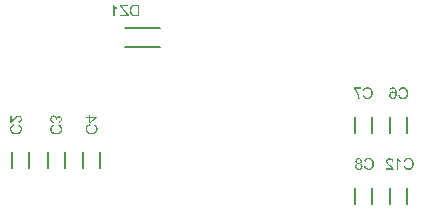
<source format=gbo>
G04*
G04 #@! TF.GenerationSoftware,Altium Limited,Altium Designer,23.4.1 (23)*
G04*
G04 Layer_Color=32896*
%FSLAX44Y44*%
%MOMM*%
G71*
G04*
G04 #@! TF.SameCoordinates,784DB819-4BFE-4B82-8429-40DAF9DCB5A1*
G04*
G04*
G04 #@! TF.FilePolarity,Positive*
G04*
G01*
G75*
%ADD12C,0.1524*%
%ADD13C,0.2000*%
G36*
X412529Y81893D02*
X412768Y81872D01*
X412993Y81837D01*
X413204Y81788D01*
X413401Y81732D01*
X413584Y81668D01*
X413746Y81605D01*
X413901Y81542D01*
X414035Y81471D01*
X414154Y81408D01*
X414253Y81345D01*
X414337Y81288D01*
X414400Y81246D01*
X414450Y81204D01*
X414478Y81183D01*
X414485Y81176D01*
X414632Y81035D01*
X414759Y80880D01*
X414879Y80718D01*
X414977Y80550D01*
X415069Y80374D01*
X415146Y80198D01*
X415209Y80029D01*
X415266Y79860D01*
X415308Y79705D01*
X415343Y79557D01*
X415371Y79424D01*
X415392Y79311D01*
X415414Y79220D01*
X415420Y79149D01*
Y79121D01*
X415428Y79100D01*
Y79093D01*
Y79086D01*
X414196Y78959D01*
X414189Y79128D01*
X414175Y79283D01*
X414147Y79431D01*
X414119Y79572D01*
X414077Y79698D01*
X414035Y79811D01*
X413985Y79923D01*
X413936Y80015D01*
X413894Y80099D01*
X413844Y80177D01*
X413802Y80240D01*
X413760Y80296D01*
X413732Y80331D01*
X413704Y80367D01*
X413690Y80381D01*
X413683Y80388D01*
X413584Y80479D01*
X413472Y80557D01*
X413359Y80627D01*
X413246Y80690D01*
X413127Y80739D01*
X413014Y80782D01*
X412902Y80817D01*
X412796Y80845D01*
X412691Y80866D01*
X412599Y80880D01*
X412515Y80894D01*
X412437Y80901D01*
X412381Y80908D01*
X412297D01*
X412149Y80901D01*
X412008Y80887D01*
X411875Y80866D01*
X411748Y80831D01*
X411635Y80796D01*
X411523Y80754D01*
X411424Y80711D01*
X411333Y80662D01*
X411255Y80620D01*
X411185Y80571D01*
X411122Y80528D01*
X411072Y80493D01*
X411030Y80458D01*
X411002Y80437D01*
X410988Y80423D01*
X410981Y80416D01*
X410890Y80324D01*
X410812Y80226D01*
X410742Y80127D01*
X410685Y80022D01*
X410636Y79923D01*
X410594Y79825D01*
X410559Y79726D01*
X410531Y79635D01*
X410509Y79550D01*
X410495Y79473D01*
X410481Y79403D01*
X410474Y79339D01*
X410467Y79290D01*
Y79255D01*
Y79227D01*
Y79220D01*
X410474Y79093D01*
X410488Y78966D01*
X410517Y78840D01*
X410552Y78713D01*
X410643Y78467D01*
X410700Y78354D01*
X410749Y78249D01*
X410798Y78150D01*
X410854Y78059D01*
X410896Y77982D01*
X410939Y77911D01*
X410981Y77862D01*
X411009Y77820D01*
X411023Y77792D01*
X411030Y77785D01*
X411143Y77637D01*
X411283Y77475D01*
X411431Y77313D01*
X411600Y77144D01*
X411769Y76968D01*
X411952Y76800D01*
X412128Y76631D01*
X412311Y76469D01*
X412480Y76314D01*
X412641Y76173D01*
X412782Y76040D01*
X412916Y75934D01*
X413021Y75843D01*
X413064Y75807D01*
X413099Y75772D01*
X413127Y75751D01*
X413148Y75730D01*
X413162Y75723D01*
X413169Y75716D01*
X413352Y75561D01*
X413528Y75413D01*
X413690Y75273D01*
X413844Y75139D01*
X413985Y75005D01*
X414112Y74886D01*
X414224Y74773D01*
X414330Y74668D01*
X414428Y74576D01*
X414506Y74492D01*
X414576Y74421D01*
X414632Y74358D01*
X414675Y74309D01*
X414703Y74274D01*
X414724Y74253D01*
X414731Y74246D01*
X414921Y74006D01*
X415083Y73774D01*
X415216Y73556D01*
X415280Y73457D01*
X415329Y73359D01*
X415371Y73275D01*
X415414Y73197D01*
X415449Y73127D01*
X415470Y73064D01*
X415491Y73014D01*
X415505Y72979D01*
X415519Y72958D01*
Y72951D01*
X415568Y72803D01*
X415603Y72655D01*
X415625Y72515D01*
X415639Y72395D01*
X415646Y72283D01*
X415653Y72240D01*
Y72198D01*
Y72170D01*
Y72149D01*
Y72135D01*
Y72128D01*
X409222D01*
Y73275D01*
X413992D01*
X413915Y73394D01*
X413830Y73514D01*
X413746Y73619D01*
X413669Y73718D01*
X413598Y73795D01*
X413542Y73858D01*
X413507Y73901D01*
X413493Y73915D01*
X413429Y73985D01*
X413345Y74063D01*
X413254Y74147D01*
X413148Y74246D01*
X413035Y74344D01*
X412923Y74450D01*
X412684Y74654D01*
X412571Y74752D01*
X412466Y74844D01*
X412374Y74928D01*
X412282Y74998D01*
X412212Y75062D01*
X412163Y75104D01*
X412128Y75139D01*
X412114Y75146D01*
X411881Y75343D01*
X411663Y75533D01*
X411466Y75709D01*
X411283Y75871D01*
X411115Y76026D01*
X410967Y76166D01*
X410826Y76293D01*
X410706Y76406D01*
X410601Y76511D01*
X410517Y76603D01*
X410439Y76680D01*
X410376Y76743D01*
X410327Y76792D01*
X410298Y76828D01*
X410277Y76849D01*
X410270Y76856D01*
X410172Y76975D01*
X410073Y77088D01*
X409989Y77200D01*
X409911Y77306D01*
X409771Y77510D01*
X409715Y77602D01*
X409665Y77686D01*
X409616Y77763D01*
X409581Y77834D01*
X409546Y77897D01*
X409524Y77946D01*
X409503Y77989D01*
X409489Y78017D01*
X409475Y78038D01*
Y78045D01*
X409398Y78256D01*
X409334Y78460D01*
X409292Y78657D01*
X409264Y78833D01*
X409257Y78910D01*
X409250Y78981D01*
X409243Y79037D01*
X409236Y79093D01*
Y79135D01*
Y79163D01*
Y79185D01*
Y79192D01*
X409243Y79403D01*
X409271Y79607D01*
X409313Y79797D01*
X409363Y79980D01*
X409426Y80148D01*
X409496Y80310D01*
X409574Y80458D01*
X409644Y80592D01*
X409721Y80711D01*
X409799Y80817D01*
X409869Y80908D01*
X409933Y80979D01*
X409982Y81042D01*
X410024Y81084D01*
X410052Y81112D01*
X410059Y81119D01*
X410221Y81260D01*
X410390Y81380D01*
X410566Y81478D01*
X410749Y81570D01*
X410932Y81647D01*
X411122Y81711D01*
X411297Y81760D01*
X411473Y81802D01*
X411635Y81837D01*
X411790Y81858D01*
X411924Y81879D01*
X412043Y81886D01*
X412142Y81893D01*
X412212Y81900D01*
X412276D01*
X412529Y81893D01*
D02*
G37*
G36*
X419403Y81781D02*
X419473Y81661D01*
X419635Y81429D01*
X419811Y81211D01*
X419902Y81105D01*
X419987Y81007D01*
X420071Y80922D01*
X420149Y80838D01*
X420219Y80768D01*
X420282Y80704D01*
X420331Y80655D01*
X420367Y80620D01*
X420395Y80599D01*
X420402Y80592D01*
X420690Y80353D01*
X420993Y80134D01*
X421288Y79938D01*
X421429Y79853D01*
X421563Y79769D01*
X421682Y79698D01*
X421795Y79635D01*
X421900Y79579D01*
X421985Y79536D01*
X422055Y79501D01*
X422112Y79473D01*
X422140Y79459D01*
X422154Y79452D01*
Y78298D01*
X421943Y78383D01*
X421725Y78481D01*
X421513Y78580D01*
X421316Y78678D01*
X421232Y78727D01*
X421148Y78769D01*
X421077Y78812D01*
X421021Y78847D01*
X420972Y78868D01*
X420929Y78889D01*
X420908Y78903D01*
X420901Y78910D01*
X420648Y79065D01*
X420536Y79142D01*
X420423Y79213D01*
X420325Y79290D01*
X420233Y79353D01*
X420149Y79424D01*
X420064Y79480D01*
X420001Y79536D01*
X419938Y79586D01*
X419881Y79635D01*
X419839Y79670D01*
X419804Y79698D01*
X419783Y79719D01*
X419769Y79733D01*
X419762Y79741D01*
Y72128D01*
X418565D01*
Y81900D01*
X419339D01*
X419403Y81781D01*
D02*
G37*
G36*
X428423Y82027D02*
X428655Y82006D01*
X428880Y81978D01*
X429098Y81943D01*
X429302Y81900D01*
X429499Y81844D01*
X429682Y81795D01*
X429851Y81739D01*
X429999Y81682D01*
X430139Y81633D01*
X430259Y81584D01*
X430358Y81535D01*
X430442Y81499D01*
X430498Y81471D01*
X430533Y81450D01*
X430547Y81443D01*
X430745Y81323D01*
X430927Y81197D01*
X431096Y81063D01*
X431258Y80922D01*
X431406Y80782D01*
X431539Y80641D01*
X431666Y80493D01*
X431772Y80360D01*
X431870Y80233D01*
X431962Y80106D01*
X432032Y80001D01*
X432095Y79909D01*
X432138Y79825D01*
X432173Y79769D01*
X432194Y79733D01*
X432201Y79719D01*
X432299Y79501D01*
X432391Y79283D01*
X432468Y79058D01*
X432532Y78833D01*
X432588Y78608D01*
X432637Y78383D01*
X432672Y78172D01*
X432707Y77975D01*
X432729Y77785D01*
X432750Y77609D01*
X432757Y77454D01*
X432771Y77320D01*
Y77215D01*
X432778Y77172D01*
Y77137D01*
Y77109D01*
Y77088D01*
Y77074D01*
Y77067D01*
X432771Y76807D01*
X432757Y76553D01*
X432729Y76307D01*
X432700Y76075D01*
X432658Y75843D01*
X432616Y75631D01*
X432567Y75427D01*
X432518Y75237D01*
X432475Y75069D01*
X432426Y74914D01*
X432384Y74780D01*
X432342Y74668D01*
X432313Y74576D01*
X432285Y74513D01*
X432271Y74471D01*
X432264Y74464D01*
Y74457D01*
X432166Y74239D01*
X432053Y74027D01*
X431934Y73837D01*
X431814Y73654D01*
X431687Y73493D01*
X431561Y73338D01*
X431441Y73204D01*
X431321Y73078D01*
X431209Y72965D01*
X431103Y72874D01*
X431012Y72789D01*
X430927Y72726D01*
X430857Y72677D01*
X430808Y72634D01*
X430780Y72613D01*
X430766Y72606D01*
X430576Y72494D01*
X430372Y72395D01*
X430160Y72311D01*
X429949Y72233D01*
X429738Y72177D01*
X429520Y72121D01*
X429316Y72078D01*
X429112Y72043D01*
X428929Y72022D01*
X428753Y72001D01*
X428599Y71987D01*
X428465Y71973D01*
X428359D01*
X428310Y71966D01*
X428205D01*
X427923Y71973D01*
X427656Y72001D01*
X427402Y72043D01*
X427156Y72092D01*
X426931Y72156D01*
X426720Y72226D01*
X426523Y72304D01*
X426347Y72381D01*
X426185Y72458D01*
X426045Y72536D01*
X425918Y72606D01*
X425819Y72670D01*
X425735Y72719D01*
X425679Y72761D01*
X425644Y72789D01*
X425630Y72796D01*
X425439Y72965D01*
X425264Y73141D01*
X425102Y73331D01*
X424954Y73528D01*
X424820Y73732D01*
X424701Y73929D01*
X424595Y74126D01*
X424504Y74323D01*
X424419Y74506D01*
X424349Y74675D01*
X424293Y74822D01*
X424243Y74956D01*
X424208Y75062D01*
X424194Y75111D01*
X424187Y75146D01*
X424180Y75174D01*
X424173Y75195D01*
X424166Y75209D01*
Y75216D01*
X425454Y75540D01*
X425510Y75315D01*
X425573Y75111D01*
X425644Y74914D01*
X425728Y74738D01*
X425805Y74569D01*
X425897Y74414D01*
X425981Y74281D01*
X426066Y74154D01*
X426143Y74049D01*
X426221Y73950D01*
X426291Y73873D01*
X426354Y73809D01*
X426403Y73753D01*
X426439Y73718D01*
X426467Y73697D01*
X426474Y73690D01*
X426622Y73584D01*
X426769Y73486D01*
X426924Y73401D01*
X427079Y73331D01*
X427234Y73275D01*
X427388Y73225D01*
X427536Y73183D01*
X427677Y73148D01*
X427803Y73120D01*
X427930Y73106D01*
X428036Y73092D01*
X428127Y73078D01*
X428205D01*
X428261Y73071D01*
X428310D01*
X428472Y73078D01*
X428634Y73092D01*
X428788Y73113D01*
X428943Y73141D01*
X429084Y73176D01*
X429225Y73218D01*
X429351Y73253D01*
X429471Y73303D01*
X429576Y73345D01*
X429675Y73380D01*
X429759Y73422D01*
X429830Y73457D01*
X429886Y73486D01*
X429928Y73507D01*
X429957Y73521D01*
X429963Y73528D01*
X430104Y73619D01*
X430231Y73718D01*
X430350Y73823D01*
X430463Y73936D01*
X430561Y74049D01*
X430653Y74168D01*
X430737Y74281D01*
X430815Y74386D01*
X430878Y74492D01*
X430934Y74590D01*
X430984Y74682D01*
X431019Y74759D01*
X431054Y74822D01*
X431075Y74865D01*
X431082Y74900D01*
X431089Y74907D01*
X431153Y75083D01*
X431209Y75266D01*
X431258Y75449D01*
X431293Y75639D01*
X431364Y75997D01*
X431385Y76173D01*
X431406Y76342D01*
X431420Y76490D01*
X431427Y76631D01*
X431434Y76757D01*
X431441Y76863D01*
X431448Y76954D01*
Y77018D01*
Y77060D01*
Y77074D01*
X431441Y77257D01*
X431434Y77433D01*
X431399Y77770D01*
X431378Y77932D01*
X431350Y78087D01*
X431321Y78235D01*
X431293Y78369D01*
X431265Y78495D01*
X431244Y78608D01*
X431216Y78706D01*
X431195Y78791D01*
X431174Y78854D01*
X431160Y78903D01*
X431146Y78938D01*
Y78945D01*
X431082Y79114D01*
X431012Y79269D01*
X430934Y79417D01*
X430850Y79550D01*
X430766Y79684D01*
X430681Y79804D01*
X430590Y79909D01*
X430505Y80008D01*
X430421Y80092D01*
X430343Y80170D01*
X430273Y80233D01*
X430210Y80289D01*
X430160Y80331D01*
X430125Y80367D01*
X430097Y80381D01*
X430090Y80388D01*
X429942Y80486D01*
X429788Y80564D01*
X429633Y80641D01*
X429478Y80704D01*
X429316Y80754D01*
X429161Y80796D01*
X429014Y80831D01*
X428866Y80859D01*
X428732Y80887D01*
X428606Y80901D01*
X428493Y80915D01*
X428395Y80922D01*
X428317Y80929D01*
X428212D01*
X428029Y80922D01*
X427860Y80908D01*
X427698Y80887D01*
X427543Y80852D01*
X427402Y80817D01*
X427269Y80775D01*
X427149Y80732D01*
X427037Y80690D01*
X426938Y80641D01*
X426847Y80599D01*
X426769Y80557D01*
X426706Y80521D01*
X426657Y80486D01*
X426622Y80465D01*
X426600Y80451D01*
X426593Y80444D01*
X426474Y80345D01*
X426361Y80240D01*
X426263Y80120D01*
X426164Y80001D01*
X426073Y79867D01*
X425995Y79741D01*
X425918Y79614D01*
X425855Y79487D01*
X425798Y79368D01*
X425742Y79255D01*
X425700Y79156D01*
X425665Y79072D01*
X425636Y78995D01*
X425615Y78945D01*
X425608Y78910D01*
X425601Y78896D01*
X424335Y79192D01*
X424412Y79438D01*
X424511Y79670D01*
X424609Y79888D01*
X424722Y80092D01*
X424834Y80275D01*
X424947Y80451D01*
X425067Y80606D01*
X425179Y80747D01*
X425292Y80873D01*
X425390Y80979D01*
X425482Y81077D01*
X425566Y81148D01*
X425630Y81211D01*
X425686Y81253D01*
X425714Y81281D01*
X425728Y81288D01*
X425918Y81422D01*
X426115Y81535D01*
X426326Y81633D01*
X426530Y81718D01*
X426734Y81795D01*
X426938Y81851D01*
X427135Y81900D01*
X427325Y81943D01*
X427508Y81971D01*
X427670Y81992D01*
X427811Y82013D01*
X427937Y82020D01*
X428043Y82027D01*
X428085Y82034D01*
X428183D01*
X428423Y82027D01*
D02*
G37*
G36*
X179031Y211651D02*
X179101Y211532D01*
X179263Y211299D01*
X179439Y211081D01*
X179530Y210976D01*
X179615Y210877D01*
X179699Y210793D01*
X179776Y210708D01*
X179847Y210638D01*
X179910Y210575D01*
X179959Y210525D01*
X179995Y210490D01*
X180023Y210469D01*
X180030Y210462D01*
X180318Y210223D01*
X180621Y210005D01*
X180916Y209808D01*
X181057Y209723D01*
X181191Y209639D01*
X181310Y209569D01*
X181423Y209505D01*
X181528Y209449D01*
X181613Y209407D01*
X181683Y209371D01*
X181739Y209343D01*
X181768Y209329D01*
X181782Y209322D01*
Y208168D01*
X181570Y208253D01*
X181352Y208351D01*
X181141Y208450D01*
X180944Y208548D01*
X180860Y208598D01*
X180776Y208640D01*
X180705Y208682D01*
X180649Y208717D01*
X180600Y208738D01*
X180557Y208759D01*
X180536Y208773D01*
X180529Y208780D01*
X180276Y208935D01*
X180163Y209013D01*
X180051Y209083D01*
X179952Y209160D01*
X179861Y209224D01*
X179776Y209294D01*
X179692Y209350D01*
X179629Y209407D01*
X179565Y209456D01*
X179509Y209505D01*
X179467Y209540D01*
X179432Y209569D01*
X179410Y209590D01*
X179396Y209604D01*
X179389Y209611D01*
Y201998D01*
X178193D01*
Y211771D01*
X178967D01*
X179031Y211651D01*
D02*
G37*
G36*
X200342Y201998D02*
X196831D01*
X196514Y202005D01*
X196360Y202012D01*
X196219Y202026D01*
X196078Y202033D01*
X195952Y202047D01*
X195832Y202061D01*
X195720Y202083D01*
X195621Y202097D01*
X195529Y202111D01*
X195452Y202125D01*
X195389Y202132D01*
X195340Y202146D01*
X195297Y202153D01*
X195276Y202160D01*
X195269D01*
X195023Y202230D01*
X194798Y202308D01*
X194699Y202350D01*
X194601Y202385D01*
X194516Y202427D01*
X194432Y202469D01*
X194362Y202505D01*
X194298Y202540D01*
X194242Y202568D01*
X194193Y202596D01*
X194158Y202617D01*
X194129Y202631D01*
X194115Y202645D01*
X194108D01*
X193932Y202779D01*
X193764Y202920D01*
X193616Y203067D01*
X193482Y203208D01*
X193377Y203335D01*
X193327Y203391D01*
X193292Y203440D01*
X193264Y203475D01*
X193243Y203511D01*
X193229Y203525D01*
X193222Y203532D01*
X193074Y203757D01*
X192947Y203989D01*
X192828Y204228D01*
X192736Y204454D01*
X192694Y204552D01*
X192659Y204650D01*
X192624Y204735D01*
X192603Y204805D01*
X192582Y204862D01*
X192568Y204911D01*
X192553Y204939D01*
Y204946D01*
X192469Y205277D01*
X192406Y205614D01*
X192356Y205945D01*
X192342Y206107D01*
X192328Y206255D01*
X192314Y206395D01*
X192307Y206522D01*
X192300Y206635D01*
Y206726D01*
X192293Y206810D01*
Y206867D01*
Y206902D01*
Y206916D01*
X192300Y207155D01*
X192307Y207387D01*
X192328Y207613D01*
X192356Y207824D01*
X192384Y208028D01*
X192413Y208218D01*
X192448Y208401D01*
X192483Y208562D01*
X192525Y208710D01*
X192560Y208844D01*
X192589Y208956D01*
X192617Y209055D01*
X192645Y209132D01*
X192666Y209182D01*
X192673Y209217D01*
X192680Y209231D01*
X192757Y209414D01*
X192842Y209597D01*
X192926Y209758D01*
X193018Y209920D01*
X193116Y210068D01*
X193215Y210202D01*
X193306Y210328D01*
X193398Y210448D01*
X193489Y210546D01*
X193566Y210638D01*
X193644Y210715D01*
X193707Y210779D01*
X193757Y210828D01*
X193799Y210870D01*
X193827Y210891D01*
X193834Y210898D01*
X193946Y210990D01*
X194066Y211074D01*
X194305Y211215D01*
X194545Y211342D01*
X194763Y211433D01*
X194868Y211475D01*
X194960Y211503D01*
X195044Y211532D01*
X195114Y211560D01*
X195178Y211574D01*
X195220Y211588D01*
X195248Y211595D01*
X195255D01*
X195375Y211623D01*
X195501Y211644D01*
X195635Y211658D01*
X195776Y211679D01*
X196064Y211700D01*
X196346Y211721D01*
X196479D01*
X196599Y211728D01*
X196712D01*
X196803Y211736D01*
X200342D01*
Y201998D01*
D02*
G37*
G36*
X190731Y210589D02*
X185299D01*
X185482Y210399D01*
X185665Y210195D01*
X185834Y210005D01*
X185989Y209822D01*
X186059Y209737D01*
X186123Y209667D01*
X186172Y209597D01*
X186221Y209540D01*
X186263Y209491D01*
X186292Y209456D01*
X186306Y209435D01*
X186313Y209428D01*
X191294Y203187D01*
Y201998D01*
X183597D01*
Y203145D01*
X189816D01*
X189233Y203827D01*
X183759Y210589D01*
Y211736D01*
X190731D01*
Y210589D01*
D02*
G37*
G36*
X394701Y82027D02*
X394933Y82006D01*
X395158Y81978D01*
X395376Y81943D01*
X395580Y81900D01*
X395777Y81844D01*
X395960Y81795D01*
X396129Y81739D01*
X396277Y81682D01*
X396418Y81633D01*
X396537Y81584D01*
X396636Y81535D01*
X396720Y81499D01*
X396776Y81471D01*
X396811Y81450D01*
X396825Y81443D01*
X397023Y81323D01*
X397206Y81197D01*
X397374Y81063D01*
X397536Y80922D01*
X397684Y80782D01*
X397818Y80641D01*
X397944Y80493D01*
X398050Y80360D01*
X398148Y80233D01*
X398240Y80106D01*
X398310Y80001D01*
X398373Y79909D01*
X398416Y79825D01*
X398451Y79769D01*
X398472Y79733D01*
X398479Y79719D01*
X398577Y79501D01*
X398669Y79283D01*
X398746Y79058D01*
X398810Y78833D01*
X398866Y78608D01*
X398915Y78383D01*
X398950Y78172D01*
X398985Y77975D01*
X399007Y77785D01*
X399028Y77609D01*
X399035Y77454D01*
X399049Y77320D01*
Y77215D01*
X399056Y77172D01*
Y77137D01*
Y77109D01*
Y77088D01*
Y77074D01*
Y77067D01*
X399049Y76807D01*
X399035Y76553D01*
X399007Y76307D01*
X398979Y76075D01*
X398936Y75843D01*
X398894Y75631D01*
X398845Y75427D01*
X398796Y75237D01*
X398753Y75069D01*
X398704Y74914D01*
X398662Y74780D01*
X398620Y74668D01*
X398591Y74576D01*
X398563Y74513D01*
X398549Y74471D01*
X398542Y74464D01*
Y74457D01*
X398444Y74239D01*
X398331Y74027D01*
X398212Y73837D01*
X398092Y73654D01*
X397965Y73493D01*
X397839Y73338D01*
X397719Y73204D01*
X397599Y73078D01*
X397487Y72965D01*
X397381Y72874D01*
X397290Y72789D01*
X397206Y72726D01*
X397135Y72677D01*
X397086Y72634D01*
X397058Y72613D01*
X397044Y72606D01*
X396854Y72494D01*
X396650Y72395D01*
X396439Y72311D01*
X396227Y72233D01*
X396016Y72177D01*
X395798Y72121D01*
X395594Y72078D01*
X395390Y72043D01*
X395207Y72022D01*
X395031Y72001D01*
X394877Y71987D01*
X394743Y71973D01*
X394637D01*
X394588Y71966D01*
X394483D01*
X394201Y71973D01*
X393934Y72001D01*
X393680Y72043D01*
X393434Y72092D01*
X393209Y72156D01*
X392998Y72226D01*
X392801Y72304D01*
X392625Y72381D01*
X392463Y72458D01*
X392323Y72536D01*
X392196Y72606D01*
X392098Y72670D01*
X392013Y72719D01*
X391957Y72761D01*
X391922Y72789D01*
X391908Y72796D01*
X391718Y72965D01*
X391542Y73141D01*
X391380Y73331D01*
X391232Y73528D01*
X391098Y73732D01*
X390979Y73929D01*
X390873Y74126D01*
X390782Y74323D01*
X390697Y74506D01*
X390627Y74675D01*
X390571Y74822D01*
X390522Y74956D01*
X390486Y75062D01*
X390472Y75111D01*
X390465Y75146D01*
X390458Y75174D01*
X390451Y75195D01*
X390444Y75209D01*
Y75216D01*
X391732Y75540D01*
X391788Y75315D01*
X391851Y75111D01*
X391922Y74914D01*
X392006Y74738D01*
X392083Y74569D01*
X392175Y74414D01*
X392259Y74281D01*
X392344Y74154D01*
X392421Y74049D01*
X392499Y73950D01*
X392569Y73873D01*
X392632Y73809D01*
X392682Y73753D01*
X392717Y73718D01*
X392745Y73697D01*
X392752Y73690D01*
X392900Y73584D01*
X393047Y73486D01*
X393202Y73401D01*
X393357Y73331D01*
X393512Y73275D01*
X393666Y73225D01*
X393814Y73183D01*
X393955Y73148D01*
X394082Y73120D01*
X394208Y73106D01*
X394314Y73092D01*
X394405Y73078D01*
X394483D01*
X394539Y73071D01*
X394588D01*
X394750Y73078D01*
X394912Y73092D01*
X395067Y73113D01*
X395221Y73141D01*
X395362Y73176D01*
X395503Y73218D01*
X395630Y73253D01*
X395749Y73303D01*
X395855Y73345D01*
X395953Y73380D01*
X396037Y73422D01*
X396108Y73457D01*
X396164Y73486D01*
X396206Y73507D01*
X396235Y73521D01*
X396242Y73528D01*
X396382Y73619D01*
X396509Y73718D01*
X396628Y73823D01*
X396741Y73936D01*
X396840Y74049D01*
X396931Y74168D01*
X397015Y74281D01*
X397093Y74386D01*
X397156Y74492D01*
X397212Y74590D01*
X397262Y74682D01*
X397297Y74759D01*
X397332Y74822D01*
X397353Y74865D01*
X397360Y74900D01*
X397367Y74907D01*
X397431Y75083D01*
X397487Y75266D01*
X397536Y75449D01*
X397571Y75639D01*
X397642Y75997D01*
X397663Y76173D01*
X397684Y76342D01*
X397698Y76490D01*
X397705Y76631D01*
X397712Y76757D01*
X397719Y76863D01*
X397726Y76954D01*
Y77018D01*
Y77060D01*
Y77074D01*
X397719Y77257D01*
X397712Y77433D01*
X397677Y77770D01*
X397656Y77932D01*
X397628Y78087D01*
X397599Y78235D01*
X397571Y78369D01*
X397543Y78495D01*
X397522Y78608D01*
X397494Y78706D01*
X397473Y78791D01*
X397452Y78854D01*
X397438Y78903D01*
X397424Y78938D01*
Y78945D01*
X397360Y79114D01*
X397290Y79269D01*
X397212Y79417D01*
X397128Y79550D01*
X397044Y79684D01*
X396959Y79804D01*
X396868Y79909D01*
X396783Y80008D01*
X396699Y80092D01*
X396622Y80170D01*
X396551Y80233D01*
X396488Y80289D01*
X396439Y80331D01*
X396403Y80367D01*
X396375Y80381D01*
X396368Y80388D01*
X396221Y80486D01*
X396066Y80564D01*
X395911Y80641D01*
X395756Y80704D01*
X395594Y80754D01*
X395439Y80796D01*
X395292Y80831D01*
X395144Y80859D01*
X395010Y80887D01*
X394884Y80901D01*
X394771Y80915D01*
X394673Y80922D01*
X394595Y80929D01*
X394490D01*
X394307Y80922D01*
X394138Y80908D01*
X393976Y80887D01*
X393821Y80852D01*
X393680Y80817D01*
X393547Y80775D01*
X393427Y80732D01*
X393315Y80690D01*
X393216Y80641D01*
X393125Y80599D01*
X393047Y80557D01*
X392984Y80521D01*
X392935Y80486D01*
X392900Y80465D01*
X392878Y80451D01*
X392871Y80444D01*
X392752Y80345D01*
X392639Y80240D01*
X392541Y80120D01*
X392442Y80001D01*
X392351Y79867D01*
X392273Y79741D01*
X392196Y79614D01*
X392133Y79487D01*
X392076Y79368D01*
X392020Y79255D01*
X391978Y79156D01*
X391943Y79072D01*
X391915Y78995D01*
X391894Y78945D01*
X391886Y78910D01*
X391879Y78896D01*
X390613Y79192D01*
X390690Y79438D01*
X390789Y79670D01*
X390887Y79888D01*
X391000Y80092D01*
X391113Y80275D01*
X391225Y80451D01*
X391345Y80606D01*
X391457Y80747D01*
X391570Y80873D01*
X391668Y80979D01*
X391760Y81077D01*
X391844Y81148D01*
X391908Y81211D01*
X391964Y81253D01*
X391992Y81281D01*
X392006Y81288D01*
X392196Y81422D01*
X392393Y81535D01*
X392604Y81633D01*
X392808Y81718D01*
X393012Y81795D01*
X393216Y81851D01*
X393413Y81900D01*
X393603Y81943D01*
X393786Y81971D01*
X393948Y81992D01*
X394089Y82013D01*
X394215Y82020D01*
X394321Y82027D01*
X394363Y82034D01*
X394462D01*
X394701Y82027D01*
D02*
G37*
G36*
X386405Y81893D02*
X386624Y81872D01*
X386835Y81837D01*
X387025Y81788D01*
X387208Y81732D01*
X387377Y81668D01*
X387531Y81605D01*
X387665Y81542D01*
X387792Y81471D01*
X387897Y81408D01*
X387989Y81345D01*
X388066Y81288D01*
X388129Y81246D01*
X388172Y81204D01*
X388200Y81183D01*
X388207Y81176D01*
X388340Y81035D01*
X388460Y80894D01*
X388559Y80739D01*
X388643Y80592D01*
X388720Y80437D01*
X388784Y80289D01*
X388833Y80148D01*
X388868Y80008D01*
X388903Y79881D01*
X388924Y79762D01*
X388946Y79656D01*
X388952Y79565D01*
X388960Y79494D01*
X388967Y79438D01*
Y79403D01*
Y79389D01*
X388960Y79262D01*
X388952Y79135D01*
X388910Y78903D01*
X388882Y78798D01*
X388854Y78699D01*
X388819Y78608D01*
X388784Y78523D01*
X388755Y78446D01*
X388720Y78376D01*
X388692Y78319D01*
X388664Y78270D01*
X388643Y78228D01*
X388622Y78200D01*
X388615Y78186D01*
X388608Y78179D01*
X388537Y78087D01*
X388460Y78003D01*
X388284Y77848D01*
X388101Y77714D01*
X387918Y77602D01*
X387834Y77559D01*
X387756Y77517D01*
X387686Y77482D01*
X387623Y77454D01*
X387574Y77433D01*
X387538Y77419D01*
X387510Y77405D01*
X387503D01*
X387665Y77355D01*
X387820Y77299D01*
X387960Y77236D01*
X388094Y77172D01*
X388221Y77102D01*
X388333Y77025D01*
X388432Y76954D01*
X388530Y76884D01*
X388608Y76814D01*
X388678Y76750D01*
X388741Y76687D01*
X388791Y76638D01*
X388833Y76596D01*
X388861Y76560D01*
X388875Y76539D01*
X388882Y76532D01*
X388967Y76406D01*
X389037Y76279D01*
X389100Y76145D01*
X389156Y76012D01*
X389206Y75878D01*
X389241Y75751D01*
X389276Y75617D01*
X389297Y75498D01*
X389318Y75385D01*
X389332Y75280D01*
X389347Y75181D01*
X389353Y75104D01*
X389361Y75033D01*
Y74984D01*
Y74956D01*
Y74942D01*
X389353Y74710D01*
X389325Y74485D01*
X389276Y74274D01*
X389220Y74070D01*
X389156Y73887D01*
X389079Y73711D01*
X389002Y73549D01*
X388917Y73401D01*
X388840Y73267D01*
X388763Y73155D01*
X388685Y73056D01*
X388615Y72972D01*
X388565Y72902D01*
X388516Y72859D01*
X388488Y72824D01*
X388481Y72817D01*
X388305Y72670D01*
X388129Y72536D01*
X387939Y72423D01*
X387742Y72325D01*
X387545Y72240D01*
X387355Y72177D01*
X387165Y72121D01*
X386982Y72071D01*
X386814Y72036D01*
X386652Y72008D01*
X386511Y71994D01*
X386391Y71980D01*
X386293Y71973D01*
X386216Y71966D01*
X386152D01*
X385892Y71973D01*
X385639Y72001D01*
X385406Y72043D01*
X385181Y72100D01*
X384977Y72163D01*
X384787Y72233D01*
X384611Y72311D01*
X384450Y72388D01*
X384309Y72465D01*
X384189Y72543D01*
X384077Y72613D01*
X383992Y72677D01*
X383922Y72733D01*
X383873Y72775D01*
X383838Y72803D01*
X383830Y72810D01*
X383676Y72972D01*
X383535Y73148D01*
X383422Y73317D01*
X383317Y73500D01*
X383232Y73676D01*
X383162Y73844D01*
X383099Y74013D01*
X383056Y74175D01*
X383021Y74330D01*
X382993Y74471D01*
X382972Y74590D01*
X382958Y74696D01*
X382951Y74787D01*
X382944Y74851D01*
Y74893D01*
Y74907D01*
X382951Y75076D01*
X382965Y75237D01*
X382986Y75385D01*
X383014Y75533D01*
X383056Y75667D01*
X383092Y75800D01*
X383134Y75913D01*
X383176Y76026D01*
X383225Y76124D01*
X383268Y76209D01*
X383303Y76286D01*
X383338Y76349D01*
X383373Y76399D01*
X383394Y76434D01*
X383408Y76455D01*
X383415Y76462D01*
X383507Y76581D01*
X383612Y76687D01*
X383718Y76792D01*
X383830Y76884D01*
X383943Y76968D01*
X384056Y77046D01*
X384168Y77116D01*
X384281Y77179D01*
X384379Y77236D01*
X384478Y77278D01*
X384562Y77320D01*
X384640Y77348D01*
X384703Y77376D01*
X384745Y77390D01*
X384780Y77405D01*
X384787D01*
X384654Y77461D01*
X384534Y77517D01*
X384421Y77580D01*
X384309Y77644D01*
X384217Y77707D01*
X384126Y77770D01*
X384049Y77834D01*
X383971Y77897D01*
X383908Y77953D01*
X383859Y78010D01*
X383809Y78052D01*
X383774Y78094D01*
X383739Y78129D01*
X383718Y78157D01*
X383711Y78172D01*
X383704Y78179D01*
X383641Y78277D01*
X383584Y78376D01*
X383535Y78474D01*
X383493Y78573D01*
X383429Y78769D01*
X383387Y78952D01*
X383373Y79037D01*
X383366Y79114D01*
X383359Y79185D01*
X383352Y79241D01*
X383345Y79290D01*
Y79325D01*
Y79346D01*
Y79353D01*
X383352Y79550D01*
X383380Y79733D01*
X383415Y79916D01*
X383465Y80085D01*
X383528Y80240D01*
X383591Y80388D01*
X383662Y80528D01*
X383732Y80655D01*
X383809Y80768D01*
X383880Y80866D01*
X383943Y80951D01*
X384006Y81021D01*
X384056Y81077D01*
X384091Y81119D01*
X384119Y81148D01*
X384126Y81155D01*
X384274Y81288D01*
X384436Y81401D01*
X384604Y81499D01*
X384773Y81584D01*
X384942Y81661D01*
X385111Y81718D01*
X385280Y81767D01*
X385442Y81809D01*
X385589Y81837D01*
X385730Y81858D01*
X385857Y81879D01*
X385962Y81886D01*
X386054Y81893D01*
X386117Y81900D01*
X386173D01*
X386405Y81893D01*
D02*
G37*
G36*
X393690Y142027D02*
X393923Y142006D01*
X394148Y141978D01*
X394366Y141943D01*
X394570Y141901D01*
X394767Y141844D01*
X394950Y141795D01*
X395118Y141739D01*
X395266Y141682D01*
X395407Y141633D01*
X395527Y141584D01*
X395625Y141535D01*
X395709Y141499D01*
X395766Y141471D01*
X395801Y141450D01*
X395815Y141443D01*
X396012Y141323D01*
X396195Y141197D01*
X396364Y141063D01*
X396526Y140922D01*
X396674Y140782D01*
X396807Y140641D01*
X396934Y140493D01*
X397039Y140360D01*
X397138Y140233D01*
X397229Y140106D01*
X397300Y140001D01*
X397363Y139909D01*
X397405Y139825D01*
X397440Y139769D01*
X397462Y139733D01*
X397468Y139719D01*
X397567Y139501D01*
X397659Y139283D01*
X397736Y139058D01*
X397799Y138833D01*
X397855Y138608D01*
X397905Y138383D01*
X397940Y138172D01*
X397975Y137975D01*
X397996Y137785D01*
X398017Y137609D01*
X398024Y137454D01*
X398038Y137320D01*
Y137215D01*
X398045Y137172D01*
Y137137D01*
Y137109D01*
Y137088D01*
Y137074D01*
Y137067D01*
X398038Y136806D01*
X398024Y136553D01*
X397996Y136307D01*
X397968Y136075D01*
X397926Y135843D01*
X397884Y135632D01*
X397834Y135428D01*
X397785Y135238D01*
X397743Y135069D01*
X397694Y134914D01*
X397651Y134780D01*
X397609Y134668D01*
X397581Y134576D01*
X397553Y134513D01*
X397539Y134471D01*
X397532Y134464D01*
Y134457D01*
X397433Y134239D01*
X397321Y134027D01*
X397201Y133837D01*
X397081Y133654D01*
X396955Y133493D01*
X396828Y133338D01*
X396709Y133204D01*
X396589Y133078D01*
X396476Y132965D01*
X396371Y132873D01*
X396279Y132789D01*
X396195Y132726D01*
X396125Y132676D01*
X396075Y132634D01*
X396047Y132613D01*
X396033Y132606D01*
X395843Y132494D01*
X395639Y132395D01*
X395428Y132311D01*
X395217Y132233D01*
X395006Y132177D01*
X394788Y132121D01*
X394584Y132079D01*
X394380Y132043D01*
X394197Y132022D01*
X394021Y132001D01*
X393866Y131987D01*
X393732Y131973D01*
X393627D01*
X393578Y131966D01*
X393472D01*
X393191Y131973D01*
X392923Y132001D01*
X392670Y132043D01*
X392424Y132093D01*
X392199Y132156D01*
X391988Y132226D01*
X391791Y132304D01*
X391615Y132381D01*
X391453Y132458D01*
X391312Y132536D01*
X391185Y132606D01*
X391087Y132669D01*
X391003Y132719D01*
X390946Y132761D01*
X390911Y132789D01*
X390897Y132796D01*
X390707Y132965D01*
X390531Y133141D01*
X390369Y133331D01*
X390222Y133528D01*
X390088Y133732D01*
X389968Y133929D01*
X389863Y134126D01*
X389771Y134323D01*
X389687Y134506D01*
X389617Y134675D01*
X389560Y134822D01*
X389511Y134956D01*
X389476Y135062D01*
X389462Y135111D01*
X389455Y135146D01*
X389448Y135174D01*
X389441Y135195D01*
X389434Y135209D01*
Y135216D01*
X390721Y135540D01*
X390778Y135315D01*
X390841Y135111D01*
X390911Y134914D01*
X390996Y134738D01*
X391073Y134569D01*
X391164Y134414D01*
X391249Y134281D01*
X391333Y134154D01*
X391411Y134049D01*
X391488Y133950D01*
X391558Y133873D01*
X391622Y133809D01*
X391671Y133753D01*
X391706Y133718D01*
X391734Y133697D01*
X391741Y133690D01*
X391889Y133584D01*
X392037Y133486D01*
X392192Y133401D01*
X392346Y133331D01*
X392501Y133275D01*
X392656Y133225D01*
X392804Y133183D01*
X392944Y133148D01*
X393071Y133120D01*
X393198Y133106D01*
X393303Y133092D01*
X393395Y133078D01*
X393472D01*
X393528Y133070D01*
X393578D01*
X393740Y133078D01*
X393901Y133092D01*
X394056Y133113D01*
X394211Y133141D01*
X394352Y133176D01*
X394492Y133218D01*
X394619Y133253D01*
X394739Y133303D01*
X394844Y133345D01*
X394943Y133380D01*
X395027Y133422D01*
X395097Y133457D01*
X395154Y133486D01*
X395196Y133507D01*
X395224Y133521D01*
X395231Y133528D01*
X395372Y133619D01*
X395499Y133718D01*
X395618Y133823D01*
X395731Y133936D01*
X395829Y134049D01*
X395921Y134168D01*
X396005Y134281D01*
X396082Y134386D01*
X396146Y134492D01*
X396202Y134590D01*
X396251Y134682D01*
X396287Y134759D01*
X396322Y134822D01*
X396343Y134865D01*
X396350Y134900D01*
X396357Y134907D01*
X396420Y135083D01*
X396476Y135266D01*
X396526Y135449D01*
X396561Y135639D01*
X396631Y135997D01*
X396652Y136173D01*
X396674Y136342D01*
X396688Y136490D01*
X396695Y136631D01*
X396702Y136757D01*
X396709Y136863D01*
X396716Y136954D01*
Y137018D01*
Y137060D01*
Y137074D01*
X396709Y137257D01*
X396702Y137433D01*
X396666Y137770D01*
X396645Y137932D01*
X396617Y138087D01*
X396589Y138235D01*
X396561Y138369D01*
X396533Y138495D01*
X396512Y138608D01*
X396483Y138706D01*
X396462Y138791D01*
X396441Y138854D01*
X396427Y138903D01*
X396413Y138938D01*
Y138945D01*
X396350Y139114D01*
X396279Y139269D01*
X396202Y139417D01*
X396118Y139551D01*
X396033Y139684D01*
X395949Y139804D01*
X395857Y139909D01*
X395773Y140008D01*
X395688Y140092D01*
X395611Y140170D01*
X395541Y140233D01*
X395477Y140289D01*
X395428Y140331D01*
X395393Y140367D01*
X395365Y140381D01*
X395358Y140388D01*
X395210Y140486D01*
X395055Y140564D01*
X394900Y140641D01*
X394746Y140704D01*
X394584Y140754D01*
X394429Y140796D01*
X394281Y140831D01*
X394133Y140859D01*
X394000Y140887D01*
X393873Y140901D01*
X393761Y140915D01*
X393662Y140922D01*
X393585Y140929D01*
X393479D01*
X393296Y140922D01*
X393127Y140908D01*
X392966Y140887D01*
X392811Y140852D01*
X392670Y140817D01*
X392536Y140775D01*
X392417Y140732D01*
X392304Y140690D01*
X392206Y140641D01*
X392114Y140599D01*
X392037Y140557D01*
X391973Y140521D01*
X391924Y140486D01*
X391889Y140465D01*
X391868Y140451D01*
X391861Y140444D01*
X391741Y140345D01*
X391629Y140240D01*
X391530Y140120D01*
X391432Y140001D01*
X391340Y139867D01*
X391263Y139740D01*
X391185Y139614D01*
X391122Y139487D01*
X391066Y139368D01*
X391010Y139255D01*
X390967Y139157D01*
X390932Y139072D01*
X390904Y138995D01*
X390883Y138945D01*
X390876Y138910D01*
X390869Y138896D01*
X389603Y139192D01*
X389680Y139438D01*
X389778Y139670D01*
X389877Y139888D01*
X389989Y140092D01*
X390102Y140275D01*
X390215Y140451D01*
X390334Y140606D01*
X390447Y140747D01*
X390559Y140873D01*
X390658Y140979D01*
X390749Y141077D01*
X390834Y141148D01*
X390897Y141211D01*
X390953Y141253D01*
X390981Y141281D01*
X390996Y141288D01*
X391185Y141422D01*
X391382Y141535D01*
X391594Y141633D01*
X391798Y141718D01*
X392002Y141795D01*
X392206Y141851D01*
X392403Y141901D01*
X392593Y141943D01*
X392776Y141971D01*
X392937Y141992D01*
X393078Y142013D01*
X393205Y142020D01*
X393310Y142027D01*
X393353Y142034D01*
X393451D01*
X393690Y142027D01*
D02*
G37*
G36*
X388259Y140592D02*
X383488D01*
X383657Y140395D01*
X383826Y140184D01*
X384143Y139754D01*
X384290Y139536D01*
X384438Y139325D01*
X384572Y139121D01*
X384692Y138924D01*
X384804Y138741D01*
X384910Y138573D01*
X384994Y138418D01*
X385071Y138291D01*
X385128Y138186D01*
X385156Y138143D01*
X385177Y138108D01*
X385191Y138073D01*
X385205Y138052D01*
X385212Y138045D01*
Y138038D01*
X385360Y137756D01*
X385494Y137468D01*
X385627Y137186D01*
X385747Y136912D01*
X385852Y136645D01*
X385958Y136384D01*
X386049Y136138D01*
X386134Y135906D01*
X386204Y135688D01*
X386268Y135498D01*
X386324Y135322D01*
X386366Y135181D01*
X386387Y135118D01*
X386401Y135062D01*
X386415Y135012D01*
X386429Y134970D01*
X386436Y134942D01*
X386443Y134921D01*
X386450Y134907D01*
Y134900D01*
X386528Y134604D01*
X386591Y134316D01*
X386647Y134042D01*
X386704Y133781D01*
X386746Y133535D01*
X386781Y133310D01*
X386809Y133099D01*
X386830Y132902D01*
X386852Y132733D01*
X386866Y132578D01*
X386880Y132444D01*
X386887Y132332D01*
Y132247D01*
X386894Y132177D01*
Y132142D01*
Y132128D01*
X385662D01*
X385641Y132395D01*
X385613Y132662D01*
X385585Y132916D01*
X385550Y133155D01*
X385515Y133387D01*
X385472Y133612D01*
X385437Y133816D01*
X385395Y134006D01*
X385360Y134182D01*
X385325Y134337D01*
X385289Y134471D01*
X385261Y134590D01*
X385240Y134682D01*
X385219Y134745D01*
X385212Y134787D01*
X385205Y134801D01*
X385107Y135125D01*
X385001Y135449D01*
X384896Y135758D01*
X384776Y136061D01*
X384663Y136356D01*
X384544Y136631D01*
X384431Y136898D01*
X384319Y137144D01*
X384213Y137369D01*
X384114Y137566D01*
X384023Y137742D01*
X383988Y137827D01*
X383946Y137897D01*
X383918Y137960D01*
X383882Y138017D01*
X383861Y138066D01*
X383840Y138108D01*
X383819Y138136D01*
X383805Y138157D01*
X383798Y138172D01*
Y138179D01*
X383629Y138481D01*
X383453Y138763D01*
X383291Y139030D01*
X383122Y139283D01*
X382968Y139515D01*
X382813Y139733D01*
X382665Y139930D01*
X382532Y140106D01*
X382412Y140268D01*
X382299Y140409D01*
X382201Y140528D01*
X382116Y140627D01*
X382046Y140704D01*
X381997Y140768D01*
X381962Y140796D01*
X381955Y140810D01*
Y141739D01*
X388259D01*
Y140592D01*
D02*
G37*
G36*
X415177Y141886D02*
X415444Y141851D01*
X415691Y141795D01*
X415930Y141725D01*
X416148Y141640D01*
X416345Y141549D01*
X416528Y141443D01*
X416697Y141345D01*
X416844Y141239D01*
X416978Y141134D01*
X417084Y141042D01*
X417175Y140958D01*
X417253Y140887D01*
X417302Y140831D01*
X417330Y140796D01*
X417344Y140782D01*
X417435Y140655D01*
X417527Y140521D01*
X417611Y140388D01*
X417689Y140240D01*
X417829Y139930D01*
X417949Y139600D01*
X418048Y139262D01*
X418132Y138924D01*
X418202Y138580D01*
X418252Y138249D01*
X418301Y137932D01*
X418329Y137644D01*
X418343Y137503D01*
X418350Y137376D01*
X418364Y137250D01*
X418371Y137144D01*
Y137039D01*
X418378Y136947D01*
Y136870D01*
X418385Y136806D01*
Y136750D01*
Y136715D01*
Y136687D01*
Y136680D01*
Y136448D01*
X418371Y136223D01*
X418364Y136011D01*
X418343Y135800D01*
X418322Y135603D01*
X418301Y135413D01*
X418273Y135231D01*
X418237Y135055D01*
X418202Y134886D01*
X418167Y134724D01*
X418125Y134576D01*
X418090Y134428D01*
X418048Y134295D01*
X417998Y134161D01*
X417956Y134042D01*
X417914Y133929D01*
X417872Y133823D01*
X417822Y133718D01*
X417780Y133626D01*
X417738Y133542D01*
X417703Y133464D01*
X417661Y133394D01*
X417590Y133275D01*
X417527Y133183D01*
X417485Y133113D01*
X417449Y133078D01*
X417443Y133063D01*
X417259Y132873D01*
X417070Y132705D01*
X416866Y132557D01*
X416661Y132430D01*
X416457Y132325D01*
X416260Y132233D01*
X416063Y132163D01*
X415873Y132107D01*
X415691Y132057D01*
X415529Y132022D01*
X415381Y132001D01*
X415254Y131980D01*
X415149Y131973D01*
X415107D01*
X415071Y131966D01*
X415008D01*
X414846Y131973D01*
X414684Y131987D01*
X414537Y132001D01*
X414389Y132029D01*
X414255Y132064D01*
X414122Y132100D01*
X414002Y132135D01*
X413896Y132177D01*
X413791Y132212D01*
X413707Y132247D01*
X413629Y132282D01*
X413559Y132318D01*
X413509Y132346D01*
X413467Y132360D01*
X413446Y132374D01*
X413439Y132381D01*
X413312Y132465D01*
X413193Y132550D01*
X413080Y132648D01*
X412982Y132747D01*
X412883Y132845D01*
X412792Y132944D01*
X412714Y133042D01*
X412637Y133141D01*
X412574Y133232D01*
X412517Y133310D01*
X412468Y133387D01*
X412426Y133457D01*
X412398Y133507D01*
X412377Y133549D01*
X412363Y133577D01*
X412356Y133584D01*
X412285Y133732D01*
X412222Y133887D01*
X412173Y134034D01*
X412123Y134182D01*
X412081Y134330D01*
X412053Y134471D01*
X412025Y134604D01*
X412004Y134731D01*
X411990Y134851D01*
X411976Y134956D01*
X411969Y135048D01*
X411962Y135132D01*
X411954Y135195D01*
Y135245D01*
Y135280D01*
Y135287D01*
X411962Y135540D01*
X411990Y135786D01*
X412032Y136011D01*
X412088Y136230D01*
X412152Y136434D01*
X412222Y136617D01*
X412299Y136792D01*
X412377Y136947D01*
X412454Y137088D01*
X412532Y137208D01*
X412602Y137313D01*
X412665Y137397D01*
X412721Y137468D01*
X412764Y137517D01*
X412792Y137552D01*
X412799Y137559D01*
X412961Y137714D01*
X413130Y137855D01*
X413298Y137967D01*
X413467Y138073D01*
X413643Y138157D01*
X413812Y138228D01*
X413974Y138291D01*
X414129Y138333D01*
X414276Y138369D01*
X414410Y138397D01*
X414530Y138418D01*
X414635Y138432D01*
X414713Y138439D01*
X414776Y138446D01*
X414959D01*
X415085Y138432D01*
X415332Y138397D01*
X415550Y138340D01*
X415655Y138312D01*
X415747Y138284D01*
X415838Y138256D01*
X415916Y138228D01*
X415979Y138200D01*
X416042Y138172D01*
X416085Y138150D01*
X416120Y138136D01*
X416141Y138129D01*
X416148Y138122D01*
X416260Y138059D01*
X416373Y137989D01*
X416570Y137834D01*
X416753Y137672D01*
X416830Y137594D01*
X416901Y137517D01*
X416971Y137440D01*
X417027Y137369D01*
X417077Y137306D01*
X417119Y137250D01*
X417154Y137208D01*
X417175Y137172D01*
X417189Y137151D01*
X417196Y137144D01*
X417189Y137412D01*
X417182Y137665D01*
X417161Y137897D01*
X417140Y138115D01*
X417119Y138312D01*
X417091Y138502D01*
X417056Y138671D01*
X417027Y138819D01*
X416999Y138953D01*
X416971Y139072D01*
X416943Y139171D01*
X416915Y139248D01*
X416894Y139311D01*
X416880Y139361D01*
X416866Y139389D01*
Y139396D01*
X416802Y139536D01*
X416732Y139670D01*
X416661Y139797D01*
X416584Y139916D01*
X416514Y140022D01*
X416436Y140120D01*
X416366Y140212D01*
X416296Y140289D01*
X416225Y140360D01*
X416169Y140423D01*
X416113Y140472D01*
X416063Y140514D01*
X416028Y140550D01*
X415993Y140571D01*
X415979Y140585D01*
X415972Y140592D01*
X415888Y140648D01*
X415803Y140697D01*
X415634Y140782D01*
X415465Y140838D01*
X415311Y140873D01*
X415233Y140887D01*
X415170Y140901D01*
X415114Y140908D01*
X415064D01*
X415022Y140915D01*
X414966D01*
X414839Y140908D01*
X414713Y140894D01*
X414593Y140866D01*
X414480Y140838D01*
X414375Y140796D01*
X414283Y140754D01*
X414192Y140704D01*
X414108Y140662D01*
X414030Y140613D01*
X413967Y140564D01*
X413910Y140521D01*
X413861Y140479D01*
X413826Y140451D01*
X413798Y140423D01*
X413784Y140409D01*
X413777Y140402D01*
X413721Y140338D01*
X413671Y140268D01*
X413580Y140106D01*
X413502Y139937D01*
X413439Y139776D01*
X413383Y139621D01*
X413369Y139558D01*
X413348Y139494D01*
X413334Y139452D01*
X413326Y139410D01*
X413320Y139389D01*
Y139382D01*
X412130Y139473D01*
X412166Y139677D01*
X412208Y139874D01*
X412264Y140057D01*
X412335Y140226D01*
X412398Y140388D01*
X412475Y140535D01*
X412553Y140669D01*
X412630Y140789D01*
X412707Y140894D01*
X412778Y140986D01*
X412841Y141070D01*
X412897Y141134D01*
X412947Y141183D01*
X412982Y141225D01*
X413010Y141246D01*
X413017Y141253D01*
X413158Y141366D01*
X413305Y141464D01*
X413460Y141556D01*
X413622Y141626D01*
X413777Y141689D01*
X413932Y141746D01*
X414086Y141788D01*
X414227Y141823D01*
X414368Y141844D01*
X414495Y141865D01*
X414607Y141879D01*
X414706Y141893D01*
X414783D01*
X414846Y141901D01*
X414896D01*
X415177Y141886D01*
D02*
G37*
G36*
X423690Y142027D02*
X423922Y142006D01*
X424148Y141978D01*
X424366Y141943D01*
X424570Y141901D01*
X424767Y141844D01*
X424950Y141795D01*
X425118Y141739D01*
X425266Y141682D01*
X425407Y141633D01*
X425527Y141584D01*
X425625Y141535D01*
X425709Y141499D01*
X425766Y141471D01*
X425801Y141450D01*
X425815Y141443D01*
X426012Y141323D01*
X426195Y141197D01*
X426364Y141063D01*
X426526Y140922D01*
X426673Y140782D01*
X426807Y140641D01*
X426934Y140493D01*
X427039Y140360D01*
X427138Y140233D01*
X427229Y140106D01*
X427300Y140001D01*
X427363Y139909D01*
X427405Y139825D01*
X427440Y139769D01*
X427462Y139733D01*
X427468Y139719D01*
X427567Y139501D01*
X427659Y139283D01*
X427736Y139058D01*
X427799Y138833D01*
X427855Y138608D01*
X427905Y138383D01*
X427940Y138172D01*
X427975Y137975D01*
X427996Y137785D01*
X428017Y137609D01*
X428024Y137454D01*
X428038Y137320D01*
Y137215D01*
X428045Y137172D01*
Y137137D01*
Y137109D01*
Y137088D01*
Y137074D01*
Y137067D01*
X428038Y136806D01*
X428024Y136553D01*
X427996Y136307D01*
X427968Y136075D01*
X427926Y135843D01*
X427884Y135632D01*
X427834Y135428D01*
X427785Y135238D01*
X427743Y135069D01*
X427694Y134914D01*
X427651Y134780D01*
X427609Y134668D01*
X427581Y134576D01*
X427553Y134513D01*
X427539Y134471D01*
X427532Y134464D01*
Y134457D01*
X427433Y134239D01*
X427321Y134027D01*
X427201Y133837D01*
X427081Y133654D01*
X426955Y133493D01*
X426828Y133338D01*
X426709Y133204D01*
X426589Y133078D01*
X426476Y132965D01*
X426371Y132873D01*
X426279Y132789D01*
X426195Y132726D01*
X426125Y132676D01*
X426075Y132634D01*
X426047Y132613D01*
X426033Y132606D01*
X425843Y132494D01*
X425639Y132395D01*
X425428Y132311D01*
X425217Y132233D01*
X425006Y132177D01*
X424788Y132121D01*
X424584Y132079D01*
X424380Y132043D01*
X424197Y132022D01*
X424021Y132001D01*
X423866Y131987D01*
X423732Y131973D01*
X423627D01*
X423578Y131966D01*
X423472D01*
X423191Y131973D01*
X422923Y132001D01*
X422670Y132043D01*
X422424Y132093D01*
X422199Y132156D01*
X421988Y132226D01*
X421791Y132304D01*
X421615Y132381D01*
X421453Y132458D01*
X421312Y132536D01*
X421185Y132606D01*
X421087Y132669D01*
X421003Y132719D01*
X420946Y132761D01*
X420911Y132789D01*
X420897Y132796D01*
X420707Y132965D01*
X420531Y133141D01*
X420369Y133331D01*
X420222Y133528D01*
X420088Y133732D01*
X419968Y133929D01*
X419863Y134126D01*
X419771Y134323D01*
X419687Y134506D01*
X419617Y134675D01*
X419560Y134822D01*
X419511Y134956D01*
X419476Y135062D01*
X419462Y135111D01*
X419455Y135146D01*
X419448Y135174D01*
X419441Y135195D01*
X419434Y135209D01*
Y135216D01*
X420721Y135540D01*
X420777Y135315D01*
X420841Y135111D01*
X420911Y134914D01*
X420996Y134738D01*
X421073Y134569D01*
X421164Y134414D01*
X421249Y134281D01*
X421333Y134154D01*
X421411Y134049D01*
X421488Y133950D01*
X421558Y133873D01*
X421622Y133809D01*
X421671Y133753D01*
X421706Y133718D01*
X421734Y133697D01*
X421741Y133690D01*
X421889Y133584D01*
X422037Y133486D01*
X422192Y133401D01*
X422346Y133331D01*
X422501Y133275D01*
X422656Y133225D01*
X422804Y133183D01*
X422944Y133148D01*
X423071Y133120D01*
X423198Y133106D01*
X423303Y133092D01*
X423395Y133078D01*
X423472D01*
X423528Y133070D01*
X423578D01*
X423740Y133078D01*
X423901Y133092D01*
X424056Y133113D01*
X424211Y133141D01*
X424352Y133176D01*
X424492Y133218D01*
X424619Y133253D01*
X424739Y133303D01*
X424844Y133345D01*
X424943Y133380D01*
X425027Y133422D01*
X425097Y133457D01*
X425154Y133486D01*
X425196Y133507D01*
X425224Y133521D01*
X425231Y133528D01*
X425372Y133619D01*
X425499Y133718D01*
X425618Y133823D01*
X425731Y133936D01*
X425829Y134049D01*
X425921Y134168D01*
X426005Y134281D01*
X426082Y134386D01*
X426146Y134492D01*
X426202Y134590D01*
X426251Y134682D01*
X426287Y134759D01*
X426322Y134822D01*
X426343Y134865D01*
X426350Y134900D01*
X426357Y134907D01*
X426420Y135083D01*
X426476Y135266D01*
X426526Y135449D01*
X426561Y135639D01*
X426631Y135997D01*
X426652Y136173D01*
X426673Y136342D01*
X426688Y136490D01*
X426694Y136631D01*
X426702Y136757D01*
X426709Y136863D01*
X426716Y136954D01*
Y137018D01*
Y137060D01*
Y137074D01*
X426709Y137257D01*
X426702Y137433D01*
X426666Y137770D01*
X426645Y137932D01*
X426617Y138087D01*
X426589Y138235D01*
X426561Y138369D01*
X426533Y138495D01*
X426512Y138608D01*
X426483Y138706D01*
X426462Y138791D01*
X426441Y138854D01*
X426427Y138903D01*
X426413Y138938D01*
Y138945D01*
X426350Y139114D01*
X426279Y139269D01*
X426202Y139417D01*
X426118Y139551D01*
X426033Y139684D01*
X425949Y139804D01*
X425857Y139909D01*
X425773Y140008D01*
X425688Y140092D01*
X425611Y140170D01*
X425541Y140233D01*
X425477Y140289D01*
X425428Y140331D01*
X425393Y140367D01*
X425365Y140381D01*
X425358Y140388D01*
X425210Y140486D01*
X425055Y140564D01*
X424900Y140641D01*
X424746Y140704D01*
X424584Y140754D01*
X424429Y140796D01*
X424281Y140831D01*
X424133Y140859D01*
X424000Y140887D01*
X423873Y140901D01*
X423761Y140915D01*
X423662Y140922D01*
X423585Y140929D01*
X423479D01*
X423296Y140922D01*
X423127Y140908D01*
X422966Y140887D01*
X422811Y140852D01*
X422670Y140817D01*
X422536Y140775D01*
X422417Y140732D01*
X422304Y140690D01*
X422206Y140641D01*
X422114Y140599D01*
X422037Y140557D01*
X421973Y140521D01*
X421924Y140486D01*
X421889Y140465D01*
X421868Y140451D01*
X421861Y140444D01*
X421741Y140345D01*
X421629Y140240D01*
X421530Y140120D01*
X421432Y140001D01*
X421340Y139867D01*
X421263Y139740D01*
X421185Y139614D01*
X421122Y139487D01*
X421066Y139368D01*
X421010Y139255D01*
X420967Y139157D01*
X420932Y139072D01*
X420904Y138995D01*
X420883Y138945D01*
X420876Y138910D01*
X420869Y138896D01*
X419603Y139192D01*
X419680Y139438D01*
X419778Y139670D01*
X419877Y139888D01*
X419989Y140092D01*
X420102Y140275D01*
X420215Y140451D01*
X420334Y140606D01*
X420447Y140747D01*
X420559Y140873D01*
X420658Y140979D01*
X420749Y141077D01*
X420834Y141148D01*
X420897Y141211D01*
X420953Y141253D01*
X420981Y141281D01*
X420996Y141288D01*
X421185Y141422D01*
X421382Y141535D01*
X421594Y141633D01*
X421798Y141718D01*
X422002Y141795D01*
X422206Y141851D01*
X422403Y141901D01*
X422593Y141943D01*
X422776Y141971D01*
X422937Y141992D01*
X423078Y142013D01*
X423205Y142020D01*
X423310Y142027D01*
X423353Y142034D01*
X423451D01*
X423690Y142027D01*
D02*
G37*
G36*
X158554Y116712D02*
X164865D01*
Y115734D01*
X158554Y111295D01*
X157457D01*
Y115516D01*
X155128D01*
Y116712D01*
X157457D01*
Y118028D01*
X158554D01*
Y116712D01*
D02*
G37*
G36*
X158540Y109296D02*
X158315Y109240D01*
X158111Y109177D01*
X157914Y109107D01*
X157738Y109022D01*
X157569Y108945D01*
X157414Y108853D01*
X157281Y108769D01*
X157154Y108684D01*
X157048Y108607D01*
X156950Y108530D01*
X156873Y108459D01*
X156809Y108396D01*
X156753Y108347D01*
X156718Y108311D01*
X156697Y108283D01*
X156690Y108276D01*
X156584Y108128D01*
X156486Y107981D01*
X156401Y107826D01*
X156331Y107671D01*
X156274Y107516D01*
X156225Y107362D01*
X156183Y107214D01*
X156148Y107073D01*
X156120Y106946D01*
X156106Y106820D01*
X156091Y106714D01*
X156077Y106623D01*
Y106545D01*
X156070Y106489D01*
Y106440D01*
X156077Y106278D01*
X156091Y106116D01*
X156113Y105962D01*
X156141Y105807D01*
X156176Y105666D01*
X156218Y105525D01*
X156253Y105399D01*
X156303Y105279D01*
X156345Y105173D01*
X156380Y105075D01*
X156422Y104991D01*
X156457Y104920D01*
X156486Y104864D01*
X156507Y104822D01*
X156521Y104794D01*
X156528Y104787D01*
X156619Y104646D01*
X156718Y104519D01*
X156823Y104399D01*
X156936Y104287D01*
X157048Y104188D01*
X157168Y104097D01*
X157281Y104012D01*
X157386Y103935D01*
X157492Y103872D01*
X157590Y103815D01*
X157682Y103766D01*
X157759Y103731D01*
X157822Y103696D01*
X157865Y103675D01*
X157900Y103668D01*
X157907Y103661D01*
X158083Y103597D01*
X158266Y103541D01*
X158448Y103492D01*
X158638Y103457D01*
X158997Y103386D01*
X159173Y103365D01*
X159342Y103344D01*
X159490Y103330D01*
X159630Y103323D01*
X159757Y103316D01*
X159863Y103309D01*
X159954Y103302D01*
X160018D01*
X160060D01*
X160074D01*
X160257Y103309D01*
X160433Y103316D01*
X160770Y103351D01*
X160932Y103372D01*
X161087Y103400D01*
X161235Y103429D01*
X161368Y103457D01*
X161495Y103485D01*
X161608Y103506D01*
X161706Y103534D01*
X161791Y103555D01*
X161854Y103576D01*
X161903Y103590D01*
X161938Y103604D01*
X161945D01*
X162114Y103668D01*
X162269Y103738D01*
X162417Y103815D01*
X162550Y103900D01*
X162684Y103984D01*
X162804Y104069D01*
X162909Y104160D01*
X163008Y104245D01*
X163092Y104329D01*
X163169Y104406D01*
X163233Y104477D01*
X163289Y104540D01*
X163331Y104590D01*
X163367Y104625D01*
X163381Y104653D01*
X163388Y104660D01*
X163486Y104808D01*
X163564Y104962D01*
X163641Y105117D01*
X163704Y105272D01*
X163754Y105434D01*
X163796Y105589D01*
X163831Y105736D01*
X163859Y105884D01*
X163887Y106018D01*
X163901Y106144D01*
X163915Y106257D01*
X163922Y106355D01*
X163929Y106433D01*
Y106538D01*
X163922Y106721D01*
X163908Y106890D01*
X163887Y107052D01*
X163852Y107207D01*
X163817Y107347D01*
X163775Y107481D01*
X163732Y107601D01*
X163690Y107713D01*
X163641Y107812D01*
X163599Y107903D01*
X163556Y107981D01*
X163521Y108044D01*
X163486Y108093D01*
X163465Y108128D01*
X163451Y108150D01*
X163444Y108157D01*
X163345Y108276D01*
X163240Y108389D01*
X163120Y108487D01*
X163001Y108586D01*
X162867Y108677D01*
X162740Y108755D01*
X162614Y108832D01*
X162487Y108895D01*
X162367Y108952D01*
X162255Y109008D01*
X162156Y109050D01*
X162072Y109085D01*
X161995Y109114D01*
X161945Y109135D01*
X161910Y109142D01*
X161896Y109149D01*
X162192Y110415D01*
X162438Y110338D01*
X162670Y110239D01*
X162888Y110141D01*
X163092Y110028D01*
X163275Y109916D01*
X163451Y109803D01*
X163606Y109683D01*
X163746Y109571D01*
X163873Y109458D01*
X163979Y109360D01*
X164077Y109268D01*
X164147Y109184D01*
X164211Y109121D01*
X164253Y109064D01*
X164281Y109036D01*
X164288Y109022D01*
X164422Y108832D01*
X164534Y108635D01*
X164633Y108424D01*
X164717Y108220D01*
X164795Y108016D01*
X164851Y107812D01*
X164900Y107615D01*
X164943Y107425D01*
X164971Y107242D01*
X164992Y107080D01*
X165013Y106939D01*
X165020Y106813D01*
X165027Y106707D01*
X165034Y106665D01*
Y106566D01*
X165027Y106327D01*
X165006Y106095D01*
X164978Y105870D01*
X164943Y105652D01*
X164900Y105448D01*
X164844Y105251D01*
X164795Y105068D01*
X164739Y104899D01*
X164682Y104751D01*
X164633Y104611D01*
X164584Y104491D01*
X164534Y104392D01*
X164499Y104308D01*
X164471Y104252D01*
X164450Y104217D01*
X164443Y104202D01*
X164323Y104005D01*
X164197Y103823D01*
X164063Y103654D01*
X163922Y103492D01*
X163782Y103344D01*
X163641Y103210D01*
X163493Y103084D01*
X163360Y102978D01*
X163233Y102880D01*
X163106Y102788D01*
X163001Y102718D01*
X162909Y102655D01*
X162825Y102612D01*
X162768Y102577D01*
X162733Y102556D01*
X162719Y102549D01*
X162501Y102451D01*
X162283Y102359D01*
X162058Y102282D01*
X161833Y102218D01*
X161608Y102162D01*
X161383Y102113D01*
X161171Y102078D01*
X160974Y102043D01*
X160784Y102021D01*
X160609Y102000D01*
X160454Y101993D01*
X160320Y101979D01*
X160215D01*
X160172Y101972D01*
X160137D01*
X160109D01*
X160088D01*
X160074D01*
X160067D01*
X159806Y101979D01*
X159553Y101993D01*
X159307Y102021D01*
X159075Y102050D01*
X158842Y102092D01*
X158631Y102134D01*
X158427Y102183D01*
X158237Y102233D01*
X158069Y102275D01*
X157914Y102324D01*
X157780Y102366D01*
X157668Y102408D01*
X157576Y102437D01*
X157513Y102465D01*
X157471Y102479D01*
X157464Y102486D01*
X157457D01*
X157238Y102584D01*
X157027Y102697D01*
X156837Y102816D01*
X156654Y102936D01*
X156493Y103063D01*
X156338Y103189D01*
X156204Y103309D01*
X156077Y103429D01*
X155965Y103541D01*
X155873Y103647D01*
X155789Y103738D01*
X155726Y103823D01*
X155676Y103893D01*
X155634Y103942D01*
X155613Y103970D01*
X155606Y103984D01*
X155493Y104174D01*
X155395Y104378D01*
X155311Y104590D01*
X155233Y104801D01*
X155177Y105012D01*
X155121Y105230D01*
X155078Y105434D01*
X155043Y105638D01*
X155022Y105821D01*
X155001Y105997D01*
X154987Y106151D01*
X154973Y106285D01*
Y106391D01*
X154966Y106440D01*
Y106545D01*
X154973Y106827D01*
X155001Y107094D01*
X155043Y107347D01*
X155092Y107594D01*
X155156Y107819D01*
X155226Y108030D01*
X155303Y108227D01*
X155381Y108403D01*
X155458Y108565D01*
X155536Y108705D01*
X155606Y108832D01*
X155669Y108931D01*
X155719Y109015D01*
X155761Y109071D01*
X155789Y109107D01*
X155796Y109121D01*
X155965Y109311D01*
X156141Y109486D01*
X156331Y109648D01*
X156528Y109796D01*
X156732Y109930D01*
X156929Y110049D01*
X157126Y110155D01*
X157323Y110246D01*
X157506Y110331D01*
X157675Y110401D01*
X157822Y110457D01*
X157956Y110507D01*
X158062Y110542D01*
X158111Y110556D01*
X158146Y110563D01*
X158174Y110570D01*
X158195Y110577D01*
X158209Y110584D01*
X158216D01*
X158540Y109296D01*
D02*
G37*
G36*
X128181Y118038D02*
X128343Y118024D01*
X128498Y118003D01*
X128646Y117968D01*
X128786Y117933D01*
X128913Y117898D01*
X129032Y117849D01*
X129145Y117806D01*
X129244Y117764D01*
X129328Y117722D01*
X129398Y117680D01*
X129462Y117644D01*
X129511Y117609D01*
X129546Y117588D01*
X129567Y117574D01*
X129574Y117567D01*
X129687Y117476D01*
X129792Y117370D01*
X129884Y117264D01*
X129968Y117159D01*
X130046Y117046D01*
X130109Y116934D01*
X130172Y116821D01*
X130222Y116716D01*
X130271Y116617D01*
X130306Y116526D01*
X130341Y116441D01*
X130362Y116364D01*
X130383Y116308D01*
X130398Y116258D01*
X130405Y116230D01*
Y116223D01*
X130461Y116343D01*
X130524Y116455D01*
X130595Y116561D01*
X130658Y116659D01*
X130728Y116751D01*
X130799Y116828D01*
X130862Y116906D01*
X130925Y116969D01*
X130989Y117032D01*
X131045Y117082D01*
X131094Y117124D01*
X131136Y117159D01*
X131171Y117187D01*
X131200Y117208D01*
X131214Y117215D01*
X131221Y117222D01*
X131319Y117286D01*
X131418Y117335D01*
X131523Y117384D01*
X131622Y117419D01*
X131812Y117483D01*
X131995Y117525D01*
X132072Y117539D01*
X132149Y117546D01*
X132213Y117560D01*
X132269D01*
X132311Y117567D01*
X132346D01*
X132367D01*
X132374D01*
X132501Y117560D01*
X132621Y117553D01*
X132853Y117511D01*
X133064Y117455D01*
X133155Y117419D01*
X133247Y117391D01*
X133331Y117356D01*
X133402Y117321D01*
X133472Y117293D01*
X133521Y117264D01*
X133571Y117243D01*
X133599Y117222D01*
X133620Y117215D01*
X133627Y117208D01*
X133732Y117138D01*
X133838Y117060D01*
X134021Y116899D01*
X134183Y116730D01*
X134316Y116561D01*
X134373Y116483D01*
X134422Y116413D01*
X134464Y116350D01*
X134499Y116293D01*
X134528Y116244D01*
X134549Y116209D01*
X134556Y116188D01*
X134563Y116181D01*
X134626Y116054D01*
X134675Y115928D01*
X134725Y115801D01*
X134760Y115667D01*
X134823Y115421D01*
X134844Y115309D01*
X134865Y115196D01*
X134879Y115098D01*
X134886Y115006D01*
X134900Y114922D01*
Y114851D01*
X134907Y114795D01*
Y114718D01*
X134900Y114507D01*
X134879Y114302D01*
X134844Y114105D01*
X134802Y113923D01*
X134753Y113754D01*
X134696Y113599D01*
X134640Y113451D01*
X134577Y113317D01*
X134513Y113198D01*
X134457Y113092D01*
X134401Y113001D01*
X134352Y112923D01*
X134309Y112860D01*
X134274Y112818D01*
X134253Y112790D01*
X134246Y112783D01*
X134119Y112642D01*
X133979Y112515D01*
X133831Y112403D01*
X133676Y112304D01*
X133521Y112213D01*
X133367Y112128D01*
X133212Y112058D01*
X133064Y111995D01*
X132923Y111945D01*
X132797Y111903D01*
X132684Y111868D01*
X132579Y111840D01*
X132494Y111819D01*
X132438Y111805D01*
X132396Y111791D01*
X132389D01*
X132382D01*
X132170Y112987D01*
X132332Y113015D01*
X132480Y113050D01*
X132614Y113085D01*
X132740Y113134D01*
X132860Y113177D01*
X132965Y113233D01*
X133064Y113282D01*
X133155Y113331D01*
X133226Y113381D01*
X133296Y113423D01*
X133352Y113465D01*
X133395Y113500D01*
X133430Y113535D01*
X133458Y113557D01*
X133472Y113571D01*
X133479Y113578D01*
X133557Y113669D01*
X133627Y113761D01*
X133683Y113859D01*
X133732Y113958D01*
X133782Y114056D01*
X133817Y114148D01*
X133866Y114331D01*
X133887Y114415D01*
X133901Y114492D01*
X133908Y114563D01*
X133915Y114626D01*
X133922Y114668D01*
Y114739D01*
X133915Y114865D01*
X133901Y114992D01*
X133880Y115105D01*
X133852Y115217D01*
X133824Y115316D01*
X133782Y115414D01*
X133747Y115499D01*
X133704Y115576D01*
X133662Y115646D01*
X133627Y115710D01*
X133585Y115759D01*
X133557Y115808D01*
X133528Y115843D01*
X133507Y115864D01*
X133493Y115878D01*
X133486Y115885D01*
X133402Y115963D01*
X133317Y116033D01*
X133226Y116096D01*
X133134Y116146D01*
X133043Y116188D01*
X132951Y116223D01*
X132783Y116279D01*
X132705Y116301D01*
X132635Y116315D01*
X132564Y116322D01*
X132515Y116329D01*
X132466Y116336D01*
X132431D01*
X132410D01*
X132403D01*
X132255Y116329D01*
X132114Y116308D01*
X131980Y116279D01*
X131861Y116237D01*
X131748Y116195D01*
X131650Y116146D01*
X131558Y116089D01*
X131474Y116033D01*
X131404Y115970D01*
X131340Y115921D01*
X131291Y115864D01*
X131249Y115822D01*
X131214Y115780D01*
X131193Y115752D01*
X131179Y115731D01*
X131171Y115724D01*
X131101Y115611D01*
X131045Y115492D01*
X130989Y115372D01*
X130946Y115252D01*
X130876Y115020D01*
X130848Y114915D01*
X130827Y114809D01*
X130813Y114711D01*
X130799Y114626D01*
X130792Y114549D01*
X130784Y114478D01*
X130777Y114429D01*
Y114295D01*
X130784Y114232D01*
Y114204D01*
X130792Y114183D01*
Y114162D01*
X129743Y114028D01*
X129785Y114211D01*
X129813Y114373D01*
X129842Y114514D01*
X129856Y114640D01*
X129863Y114739D01*
X129870Y114809D01*
Y114872D01*
X129863Y115027D01*
X129849Y115168D01*
X129820Y115309D01*
X129785Y115435D01*
X129743Y115555D01*
X129701Y115667D01*
X129652Y115773D01*
X129602Y115864D01*
X129553Y115949D01*
X129504Y116026D01*
X129462Y116089D01*
X129419Y116139D01*
X129384Y116181D01*
X129356Y116216D01*
X129342Y116230D01*
X129335Y116237D01*
X129229Y116336D01*
X129124Y116413D01*
X129011Y116490D01*
X128899Y116554D01*
X128786Y116603D01*
X128674Y116645D01*
X128561Y116680D01*
X128456Y116709D01*
X128357Y116737D01*
X128266Y116751D01*
X128181Y116765D01*
X128118Y116772D01*
X128055Y116779D01*
X128012D01*
X127984D01*
X127977D01*
X127822Y116772D01*
X127668Y116751D01*
X127527Y116723D01*
X127393Y116687D01*
X127260Y116645D01*
X127147Y116596D01*
X127034Y116540D01*
X126936Y116490D01*
X126844Y116434D01*
X126767Y116378D01*
X126697Y116329D01*
X126640Y116286D01*
X126591Y116251D01*
X126563Y116223D01*
X126542Y116202D01*
X126535Y116195D01*
X126429Y116082D01*
X126345Y115970D01*
X126267Y115850D01*
X126197Y115731D01*
X126141Y115611D01*
X126092Y115492D01*
X126056Y115372D01*
X126021Y115266D01*
X126000Y115161D01*
X125979Y115069D01*
X125972Y114985D01*
X125958Y114908D01*
Y114851D01*
X125951Y114802D01*
Y114767D01*
X125958Y114633D01*
X125972Y114514D01*
X125993Y114394D01*
X126021Y114281D01*
X126056Y114176D01*
X126092Y114077D01*
X126134Y113986D01*
X126176Y113901D01*
X126211Y113824D01*
X126253Y113761D01*
X126289Y113697D01*
X126324Y113655D01*
X126352Y113613D01*
X126373Y113585D01*
X126387Y113571D01*
X126394Y113564D01*
X126486Y113472D01*
X126584Y113395D01*
X126697Y113317D01*
X126816Y113247D01*
X127056Y113127D01*
X127302Y113029D01*
X127414Y112994D01*
X127520Y112959D01*
X127611Y112930D01*
X127696Y112909D01*
X127766Y112888D01*
X127822Y112874D01*
X127851Y112867D01*
X127865D01*
X127703Y111671D01*
X127478Y111699D01*
X127267Y111741D01*
X127070Y111805D01*
X126880Y111868D01*
X126704Y111945D01*
X126542Y112023D01*
X126387Y112107D01*
X126253Y112192D01*
X126134Y112276D01*
X126028Y112353D01*
X125937Y112431D01*
X125859Y112494D01*
X125796Y112550D01*
X125754Y112593D01*
X125726Y112621D01*
X125719Y112628D01*
X125585Y112790D01*
X125465Y112966D01*
X125367Y113141D01*
X125282Y113317D01*
X125205Y113500D01*
X125142Y113676D01*
X125092Y113852D01*
X125057Y114014D01*
X125022Y114169D01*
X125001Y114309D01*
X124980Y114436D01*
X124973Y114549D01*
X124966Y114633D01*
X124959Y114704D01*
Y114760D01*
X124966Y115020D01*
X124994Y115266D01*
X125043Y115506D01*
X125099Y115724D01*
X125163Y115935D01*
X125240Y116125D01*
X125318Y116308D01*
X125402Y116469D01*
X125486Y116610D01*
X125564Y116744D01*
X125641Y116849D01*
X125705Y116941D01*
X125761Y117018D01*
X125810Y117067D01*
X125838Y117096D01*
X125845Y117110D01*
X126014Y117271D01*
X126190Y117419D01*
X126373Y117546D01*
X126556Y117652D01*
X126739Y117743D01*
X126922Y117820D01*
X127091Y117877D01*
X127260Y117926D01*
X127414Y117968D01*
X127555Y117996D01*
X127682Y118017D01*
X127794Y118031D01*
X127879Y118038D01*
X127949Y118046D01*
X127991D01*
X128005D01*
X128181Y118038D01*
D02*
G37*
G36*
X128547Y109279D02*
X128322Y109223D01*
X128118Y109159D01*
X127921Y109089D01*
X127745Y109004D01*
X127576Y108927D01*
X127421Y108836D01*
X127288Y108751D01*
X127161Y108667D01*
X127056Y108589D01*
X126957Y108512D01*
X126880Y108442D01*
X126816Y108378D01*
X126760Y108329D01*
X126725Y108294D01*
X126704Y108266D01*
X126697Y108259D01*
X126591Y108111D01*
X126493Y107963D01*
X126408Y107808D01*
X126338Y107654D01*
X126281Y107499D01*
X126232Y107344D01*
X126190Y107196D01*
X126155Y107056D01*
X126127Y106929D01*
X126113Y106802D01*
X126099Y106697D01*
X126084Y106605D01*
Y106528D01*
X126077Y106472D01*
Y106422D01*
X126084Y106260D01*
X126099Y106099D01*
X126120Y105944D01*
X126148Y105789D01*
X126183Y105648D01*
X126225Y105508D01*
X126260Y105381D01*
X126310Y105261D01*
X126352Y105156D01*
X126387Y105057D01*
X126429Y104973D01*
X126465Y104903D01*
X126493Y104846D01*
X126514Y104804D01*
X126528Y104776D01*
X126535Y104769D01*
X126626Y104628D01*
X126725Y104501D01*
X126830Y104382D01*
X126943Y104269D01*
X127056Y104171D01*
X127175Y104079D01*
X127288Y103995D01*
X127393Y103918D01*
X127499Y103854D01*
X127597Y103798D01*
X127689Y103749D01*
X127766Y103714D01*
X127829Y103678D01*
X127872Y103657D01*
X127907Y103650D01*
X127914Y103643D01*
X128090Y103580D01*
X128273Y103524D01*
X128456Y103474D01*
X128646Y103439D01*
X129004Y103369D01*
X129180Y103348D01*
X129349Y103327D01*
X129497Y103313D01*
X129638Y103306D01*
X129764Y103298D01*
X129870Y103291D01*
X129961Y103284D01*
X130025D01*
X130067D01*
X130081D01*
X130264Y103291D01*
X130440Y103298D01*
X130777Y103334D01*
X130939Y103355D01*
X131094Y103383D01*
X131242Y103411D01*
X131376Y103439D01*
X131502Y103467D01*
X131615Y103488D01*
X131713Y103517D01*
X131798Y103538D01*
X131861Y103559D01*
X131910Y103573D01*
X131945Y103587D01*
X131952D01*
X132121Y103650D01*
X132276Y103721D01*
X132424Y103798D01*
X132557Y103882D01*
X132691Y103967D01*
X132811Y104051D01*
X132916Y104143D01*
X133015Y104227D01*
X133099Y104312D01*
X133177Y104389D01*
X133240Y104459D01*
X133296Y104523D01*
X133338Y104572D01*
X133374Y104607D01*
X133388Y104635D01*
X133395Y104642D01*
X133493Y104790D01*
X133571Y104945D01*
X133648Y105100D01*
X133711Y105254D01*
X133761Y105416D01*
X133803Y105571D01*
X133838Y105719D01*
X133866Y105866D01*
X133894Y106000D01*
X133908Y106127D01*
X133922Y106239D01*
X133930Y106338D01*
X133937Y106415D01*
Y106521D01*
X133930Y106704D01*
X133915Y106873D01*
X133894Y107034D01*
X133859Y107189D01*
X133824Y107330D01*
X133782Y107464D01*
X133740Y107583D01*
X133697Y107696D01*
X133648Y107794D01*
X133606Y107886D01*
X133564Y107963D01*
X133528Y108027D01*
X133493Y108076D01*
X133472Y108111D01*
X133458Y108132D01*
X133451Y108139D01*
X133352Y108259D01*
X133247Y108371D01*
X133127Y108470D01*
X133008Y108568D01*
X132874Y108660D01*
X132747Y108737D01*
X132621Y108814D01*
X132494Y108878D01*
X132374Y108934D01*
X132262Y108990D01*
X132163Y109033D01*
X132079Y109068D01*
X132002Y109096D01*
X131952Y109117D01*
X131917Y109124D01*
X131903Y109131D01*
X132199Y110398D01*
X132445Y110320D01*
X132677Y110222D01*
X132895Y110123D01*
X133099Y110011D01*
X133282Y109898D01*
X133458Y109785D01*
X133613Y109666D01*
X133754Y109553D01*
X133880Y109441D01*
X133986Y109342D01*
X134084Y109251D01*
X134155Y109166D01*
X134218Y109103D01*
X134260Y109047D01*
X134288Y109018D01*
X134295Y109004D01*
X134429Y108814D01*
X134542Y108617D01*
X134640Y108406D01*
X134725Y108202D01*
X134802Y107998D01*
X134858Y107794D01*
X134907Y107597D01*
X134950Y107407D01*
X134978Y107224D01*
X134999Y107063D01*
X135020Y106922D01*
X135027Y106795D01*
X135034Y106690D01*
X135041Y106648D01*
Y106549D01*
X135034Y106310D01*
X135013Y106078D01*
X134985Y105852D01*
X134950Y105634D01*
X134907Y105430D01*
X134851Y105233D01*
X134802Y105050D01*
X134746Y104881D01*
X134689Y104734D01*
X134640Y104593D01*
X134591Y104473D01*
X134542Y104375D01*
X134506Y104291D01*
X134478Y104234D01*
X134457Y104199D01*
X134450Y104185D01*
X134331Y103988D01*
X134204Y103805D01*
X134070Y103636D01*
X133930Y103474D01*
X133789Y103327D01*
X133648Y103193D01*
X133500Y103066D01*
X133367Y102961D01*
X133240Y102862D01*
X133113Y102771D01*
X133008Y102700D01*
X132916Y102637D01*
X132832Y102595D01*
X132776Y102560D01*
X132740Y102539D01*
X132726Y102531D01*
X132508Y102433D01*
X132290Y102342D01*
X132065Y102264D01*
X131840Y102201D01*
X131615Y102145D01*
X131390Y102095D01*
X131179Y102060D01*
X130982Y102025D01*
X130792Y102004D01*
X130616Y101983D01*
X130461Y101976D01*
X130327Y101962D01*
X130222D01*
X130179Y101955D01*
X130144D01*
X130116D01*
X130095D01*
X130081D01*
X130074D01*
X129813Y101962D01*
X129560Y101976D01*
X129314Y102004D01*
X129082Y102032D01*
X128850Y102074D01*
X128638Y102116D01*
X128434Y102166D01*
X128244Y102215D01*
X128076Y102257D01*
X127921Y102306D01*
X127787Y102349D01*
X127675Y102391D01*
X127583Y102419D01*
X127520Y102447D01*
X127478Y102461D01*
X127471Y102468D01*
X127464D01*
X127245Y102567D01*
X127034Y102679D01*
X126844Y102799D01*
X126662Y102919D01*
X126500Y103045D01*
X126345Y103172D01*
X126211Y103291D01*
X126084Y103411D01*
X125972Y103524D01*
X125880Y103629D01*
X125796Y103721D01*
X125733Y103805D01*
X125683Y103875D01*
X125641Y103925D01*
X125620Y103953D01*
X125613Y103967D01*
X125501Y104157D01*
X125402Y104361D01*
X125318Y104572D01*
X125240Y104783D01*
X125184Y104994D01*
X125128Y105212D01*
X125085Y105416D01*
X125050Y105620D01*
X125029Y105803D01*
X125008Y105979D01*
X124994Y106134D01*
X124980Y106267D01*
Y106373D01*
X124973Y106422D01*
Y106528D01*
X124980Y106809D01*
X125008Y107077D01*
X125050Y107330D01*
X125099Y107576D01*
X125163Y107801D01*
X125233Y108012D01*
X125311Y108209D01*
X125388Y108385D01*
X125465Y108547D01*
X125543Y108688D01*
X125613Y108814D01*
X125676Y108913D01*
X125726Y108997D01*
X125768Y109054D01*
X125796Y109089D01*
X125803Y109103D01*
X125972Y109293D01*
X126148Y109469D01*
X126338Y109631D01*
X126535Y109778D01*
X126739Y109912D01*
X126936Y110032D01*
X127133Y110137D01*
X127330Y110229D01*
X127513Y110313D01*
X127682Y110384D01*
X127829Y110440D01*
X127963Y110489D01*
X128069Y110524D01*
X128118Y110538D01*
X128153Y110545D01*
X128181Y110552D01*
X128202Y110559D01*
X128216Y110566D01*
X128223D01*
X128547Y109279D01*
D02*
G37*
G36*
X92275Y113226D02*
X92394Y113303D01*
X92514Y113388D01*
X92619Y113472D01*
X92718Y113550D01*
X92795Y113620D01*
X92858Y113676D01*
X92901Y113711D01*
X92915Y113726D01*
X92985Y113789D01*
X93062Y113873D01*
X93147Y113965D01*
X93245Y114070D01*
X93344Y114183D01*
X93449Y114295D01*
X93653Y114535D01*
X93752Y114647D01*
X93843Y114753D01*
X93928Y114844D01*
X93998Y114936D01*
X94062Y115006D01*
X94104Y115055D01*
X94139Y115090D01*
X94146Y115105D01*
X94343Y115337D01*
X94533Y115555D01*
X94709Y115752D01*
X94871Y115935D01*
X95026Y116104D01*
X95166Y116251D01*
X95293Y116392D01*
X95405Y116512D01*
X95511Y116617D01*
X95603Y116702D01*
X95680Y116779D01*
X95743Y116842D01*
X95792Y116892D01*
X95828Y116920D01*
X95849Y116941D01*
X95856Y116948D01*
X95975Y117046D01*
X96088Y117145D01*
X96201Y117229D01*
X96306Y117307D01*
X96510Y117447D01*
X96601Y117504D01*
X96686Y117553D01*
X96763Y117602D01*
X96834Y117637D01*
X96897Y117673D01*
X96946Y117694D01*
X96988Y117715D01*
X97017Y117729D01*
X97038Y117743D01*
X97045D01*
X97256Y117820D01*
X97460Y117884D01*
X97657Y117926D01*
X97833Y117954D01*
X97910Y117961D01*
X97981Y117968D01*
X98037Y117975D01*
X98093Y117982D01*
X98135D01*
X98163D01*
X98185D01*
X98192D01*
X98403Y117975D01*
X98607Y117947D01*
X98797Y117905D01*
X98980Y117856D01*
X99149Y117792D01*
X99310Y117722D01*
X99458Y117644D01*
X99592Y117574D01*
X99711Y117497D01*
X99817Y117419D01*
X99908Y117349D01*
X99979Y117286D01*
X100042Y117236D01*
X100084Y117194D01*
X100112Y117166D01*
X100119Y117159D01*
X100260Y116997D01*
X100380Y116828D01*
X100478Y116652D01*
X100570Y116469D01*
X100647Y116286D01*
X100710Y116096D01*
X100760Y115921D01*
X100802Y115745D01*
X100837Y115583D01*
X100858Y115428D01*
X100879Y115295D01*
X100886Y115175D01*
X100893Y115076D01*
X100900Y115006D01*
Y114943D01*
X100893Y114689D01*
X100872Y114450D01*
X100837Y114225D01*
X100788Y114014D01*
X100731Y113817D01*
X100668Y113634D01*
X100605Y113472D01*
X100542Y113317D01*
X100471Y113184D01*
X100408Y113064D01*
X100345Y112966D01*
X100288Y112881D01*
X100246Y112818D01*
X100204Y112769D01*
X100183Y112740D01*
X100176Y112733D01*
X100035Y112586D01*
X99880Y112459D01*
X99718Y112339D01*
X99550Y112241D01*
X99374Y112149D01*
X99198Y112072D01*
X99029Y112009D01*
X98860Y111952D01*
X98705Y111910D01*
X98558Y111875D01*
X98424Y111847D01*
X98311Y111826D01*
X98220Y111805D01*
X98149Y111798D01*
X98121D01*
X98100Y111791D01*
X98093D01*
X98086D01*
X97959Y113022D01*
X98128Y113029D01*
X98283Y113043D01*
X98431Y113071D01*
X98572Y113099D01*
X98698Y113141D01*
X98811Y113184D01*
X98923Y113233D01*
X99015Y113282D01*
X99099Y113324D01*
X99177Y113374D01*
X99240Y113416D01*
X99296Y113458D01*
X99331Y113486D01*
X99367Y113514D01*
X99381Y113528D01*
X99388Y113535D01*
X99479Y113634D01*
X99557Y113747D01*
X99627Y113859D01*
X99690Y113972D01*
X99740Y114091D01*
X99782Y114204D01*
X99817Y114317D01*
X99845Y114422D01*
X99866Y114528D01*
X99880Y114619D01*
X99894Y114704D01*
X99901Y114781D01*
X99908Y114837D01*
Y114922D01*
X99901Y115069D01*
X99887Y115210D01*
X99866Y115344D01*
X99831Y115470D01*
X99796Y115583D01*
X99754Y115695D01*
X99711Y115794D01*
X99662Y115885D01*
X99620Y115963D01*
X99571Y116033D01*
X99528Y116096D01*
X99493Y116146D01*
X99458Y116188D01*
X99437Y116216D01*
X99423Y116230D01*
X99416Y116237D01*
X99324Y116329D01*
X99226Y116406D01*
X99127Y116476D01*
X99022Y116533D01*
X98923Y116582D01*
X98825Y116624D01*
X98726Y116659D01*
X98635Y116687D01*
X98551Y116709D01*
X98473Y116723D01*
X98403Y116737D01*
X98339Y116744D01*
X98290Y116751D01*
X98255D01*
X98227D01*
X98220D01*
X98093Y116744D01*
X97966Y116730D01*
X97840Y116702D01*
X97713Y116666D01*
X97467Y116575D01*
X97354Y116519D01*
X97249Y116469D01*
X97150Y116420D01*
X97059Y116364D01*
X96981Y116322D01*
X96911Y116279D01*
X96862Y116237D01*
X96820Y116209D01*
X96791Y116195D01*
X96784Y116188D01*
X96637Y116075D01*
X96475Y115935D01*
X96313Y115787D01*
X96144Y115618D01*
X95968Y115449D01*
X95800Y115266D01*
X95631Y115090D01*
X95469Y114908D01*
X95314Y114739D01*
X95173Y114577D01*
X95040Y114436D01*
X94934Y114302D01*
X94843Y114197D01*
X94807Y114155D01*
X94772Y114120D01*
X94751Y114091D01*
X94730Y114070D01*
X94723Y114056D01*
X94716Y114049D01*
X94561Y113866D01*
X94413Y113690D01*
X94273Y113528D01*
X94139Y113374D01*
X94005Y113233D01*
X93886Y113106D01*
X93773Y112994D01*
X93668Y112888D01*
X93576Y112790D01*
X93492Y112712D01*
X93421Y112642D01*
X93358Y112586D01*
X93309Y112543D01*
X93274Y112515D01*
X93252Y112494D01*
X93245Y112487D01*
X93006Y112297D01*
X92774Y112135D01*
X92556Y112002D01*
X92457Y111938D01*
X92359Y111889D01*
X92275Y111847D01*
X92197Y111805D01*
X92127Y111770D01*
X92063Y111748D01*
X92014Y111727D01*
X91979Y111713D01*
X91958Y111699D01*
X91951D01*
X91803Y111650D01*
X91655Y111615D01*
X91515Y111594D01*
X91395Y111580D01*
X91283Y111573D01*
X91240Y111566D01*
X91198D01*
X91170D01*
X91149D01*
X91135D01*
X91128D01*
Y117996D01*
X92275D01*
Y113226D01*
D02*
G37*
G36*
X94540Y109328D02*
X94315Y109272D01*
X94111Y109208D01*
X93914Y109138D01*
X93738Y109054D01*
X93569Y108976D01*
X93414Y108885D01*
X93281Y108800D01*
X93154Y108716D01*
X93048Y108639D01*
X92950Y108561D01*
X92873Y108491D01*
X92809Y108427D01*
X92753Y108378D01*
X92718Y108343D01*
X92697Y108315D01*
X92690Y108308D01*
X92584Y108160D01*
X92486Y108012D01*
X92401Y107858D01*
X92331Y107703D01*
X92275Y107548D01*
X92225Y107393D01*
X92183Y107246D01*
X92148Y107105D01*
X92120Y106978D01*
X92106Y106852D01*
X92092Y106746D01*
X92078Y106655D01*
Y106577D01*
X92071Y106521D01*
Y106472D01*
X92078Y106310D01*
X92092Y106148D01*
X92113Y105993D01*
X92141Y105838D01*
X92176Y105698D01*
X92218Y105557D01*
X92253Y105430D01*
X92303Y105311D01*
X92345Y105205D01*
X92380Y105107D01*
X92422Y105022D01*
X92457Y104952D01*
X92486Y104895D01*
X92507Y104853D01*
X92521Y104825D01*
X92528Y104818D01*
X92619Y104677D01*
X92718Y104551D01*
X92823Y104431D01*
X92936Y104319D01*
X93048Y104220D01*
X93168Y104129D01*
X93281Y104044D01*
X93386Y103967D01*
X93492Y103904D01*
X93590Y103847D01*
X93682Y103798D01*
X93759Y103763D01*
X93822Y103728D01*
X93865Y103707D01*
X93900Y103700D01*
X93907Y103692D01*
X94083Y103629D01*
X94266Y103573D01*
X94449Y103524D01*
X94639Y103488D01*
X94997Y103418D01*
X95173Y103397D01*
X95342Y103376D01*
X95490Y103362D01*
X95631Y103355D01*
X95757Y103348D01*
X95863Y103341D01*
X95954Y103334D01*
X96018D01*
X96060D01*
X96074D01*
X96257Y103341D01*
X96433Y103348D01*
X96770Y103383D01*
X96932Y103404D01*
X97087Y103432D01*
X97235Y103460D01*
X97368Y103488D01*
X97495Y103517D01*
X97608Y103538D01*
X97706Y103566D01*
X97791Y103587D01*
X97854Y103608D01*
X97903Y103622D01*
X97938Y103636D01*
X97945D01*
X98114Y103700D01*
X98269Y103770D01*
X98417Y103847D01*
X98551Y103932D01*
X98684Y104016D01*
X98804Y104101D01*
X98909Y104192D01*
X99008Y104276D01*
X99092Y104361D01*
X99170Y104438D01*
X99233Y104509D01*
X99289Y104572D01*
X99331Y104621D01*
X99367Y104656D01*
X99381Y104684D01*
X99388Y104691D01*
X99486Y104839D01*
X99564Y104994D01*
X99641Y105149D01*
X99704Y105304D01*
X99754Y105465D01*
X99796Y105620D01*
X99831Y105768D01*
X99859Y105916D01*
X99887Y106049D01*
X99901Y106176D01*
X99915Y106289D01*
X99922Y106387D01*
X99930Y106465D01*
Y106570D01*
X99922Y106753D01*
X99908Y106922D01*
X99887Y107084D01*
X99852Y107239D01*
X99817Y107379D01*
X99775Y107513D01*
X99733Y107633D01*
X99690Y107745D01*
X99641Y107844D01*
X99599Y107935D01*
X99557Y108012D01*
X99521Y108076D01*
X99486Y108125D01*
X99465Y108160D01*
X99451Y108181D01*
X99444Y108188D01*
X99346Y108308D01*
X99240Y108420D01*
X99120Y108519D01*
X99001Y108617D01*
X98867Y108709D01*
X98740Y108786D01*
X98614Y108864D01*
X98487Y108927D01*
X98368Y108983D01*
X98255Y109040D01*
X98156Y109082D01*
X98072Y109117D01*
X97995Y109145D01*
X97945Y109166D01*
X97910Y109173D01*
X97896Y109180D01*
X98192Y110447D01*
X98438Y110369D01*
X98670Y110271D01*
X98888Y110172D01*
X99092Y110060D01*
X99275Y109947D01*
X99451Y109835D01*
X99606Y109715D01*
X99747Y109602D01*
X99873Y109490D01*
X99979Y109391D01*
X100077Y109300D01*
X100148Y109215D01*
X100211Y109152D01*
X100253Y109096D01*
X100281Y109068D01*
X100288Y109054D01*
X100422Y108864D01*
X100534Y108667D01*
X100633Y108456D01*
X100717Y108252D01*
X100795Y108048D01*
X100851Y107844D01*
X100900Y107647D01*
X100943Y107457D01*
X100971Y107274D01*
X100992Y107112D01*
X101013Y106971D01*
X101020Y106845D01*
X101027Y106739D01*
X101034Y106697D01*
Y106598D01*
X101027Y106359D01*
X101006Y106127D01*
X100978Y105902D01*
X100943Y105684D01*
X100900Y105479D01*
X100844Y105282D01*
X100795Y105100D01*
X100739Y104931D01*
X100682Y104783D01*
X100633Y104642D01*
X100584Y104523D01*
X100534Y104424D01*
X100499Y104340D01*
X100471Y104283D01*
X100450Y104248D01*
X100443Y104234D01*
X100323Y104037D01*
X100197Y103854D01*
X100063Y103685D01*
X99922Y103524D01*
X99782Y103376D01*
X99641Y103242D01*
X99493Y103116D01*
X99360Y103010D01*
X99233Y102912D01*
X99106Y102820D01*
X99001Y102750D01*
X98909Y102686D01*
X98825Y102644D01*
X98769Y102609D01*
X98733Y102588D01*
X98719Y102581D01*
X98501Y102482D01*
X98283Y102391D01*
X98058Y102313D01*
X97833Y102250D01*
X97608Y102194D01*
X97382Y102145D01*
X97171Y102109D01*
X96974Y102074D01*
X96784Y102053D01*
X96609Y102032D01*
X96454Y102025D01*
X96320Y102011D01*
X96215D01*
X96172Y102004D01*
X96137D01*
X96109D01*
X96088D01*
X96074D01*
X96067D01*
X95807Y102011D01*
X95553Y102025D01*
X95307Y102053D01*
X95075Y102081D01*
X94843Y102123D01*
X94632Y102166D01*
X94427Y102215D01*
X94237Y102264D01*
X94069Y102306D01*
X93914Y102356D01*
X93780Y102398D01*
X93668Y102440D01*
X93576Y102468D01*
X93513Y102496D01*
X93471Y102510D01*
X93464Y102517D01*
X93456D01*
X93238Y102616D01*
X93027Y102729D01*
X92837Y102848D01*
X92654Y102968D01*
X92493Y103094D01*
X92338Y103221D01*
X92204Y103341D01*
X92078Y103460D01*
X91965Y103573D01*
X91874Y103678D01*
X91789Y103770D01*
X91726Y103854D01*
X91677Y103925D01*
X91634Y103974D01*
X91613Y104002D01*
X91606Y104016D01*
X91494Y104206D01*
X91395Y104410D01*
X91311Y104621D01*
X91233Y104832D01*
X91177Y105043D01*
X91121Y105261D01*
X91078Y105465D01*
X91043Y105669D01*
X91022Y105852D01*
X91001Y106028D01*
X90987Y106183D01*
X90973Y106317D01*
Y106422D01*
X90966Y106472D01*
Y106577D01*
X90973Y106859D01*
X91001Y107126D01*
X91043Y107379D01*
X91093Y107625D01*
X91156Y107851D01*
X91226Y108062D01*
X91304Y108259D01*
X91381Y108435D01*
X91458Y108596D01*
X91536Y108737D01*
X91606Y108864D01*
X91669Y108962D01*
X91719Y109047D01*
X91761Y109103D01*
X91789Y109138D01*
X91796Y109152D01*
X91965Y109342D01*
X92141Y109518D01*
X92331Y109680D01*
X92528Y109828D01*
X92732Y109961D01*
X92929Y110081D01*
X93126Y110187D01*
X93323Y110278D01*
X93506Y110362D01*
X93675Y110433D01*
X93822Y110489D01*
X93956Y110538D01*
X94062Y110573D01*
X94111Y110588D01*
X94146Y110595D01*
X94174Y110602D01*
X94195Y110609D01*
X94209Y110616D01*
X94216D01*
X94540Y109328D01*
D02*
G37*
%LPC*%
G36*
X199055Y210589D02*
X196803D01*
X196613Y210582D01*
X196437Y210568D01*
X196268Y210561D01*
X196120Y210539D01*
X195980Y210525D01*
X195860Y210504D01*
X195748Y210490D01*
X195656Y210469D01*
X195572Y210448D01*
X195501Y210434D01*
X195445Y210420D01*
X195403Y210406D01*
X195368Y210392D01*
X195354Y210385D01*
X195347D01*
X195213Y210328D01*
X195086Y210258D01*
X194967Y210181D01*
X194854Y210096D01*
X194749Y210005D01*
X194643Y209913D01*
X194552Y209822D01*
X194467Y209730D01*
X194390Y209639D01*
X194326Y209555D01*
X194270Y209477D01*
X194221Y209414D01*
X194179Y209357D01*
X194151Y209315D01*
X194136Y209287D01*
X194129Y209280D01*
X194038Y209118D01*
X193960Y208942D01*
X193897Y208759D01*
X193834Y208570D01*
X193785Y208372D01*
X193750Y208183D01*
X193714Y207985D01*
X193686Y207803D01*
X193665Y207627D01*
X193651Y207465D01*
X193637Y207317D01*
X193630Y207190D01*
X193623Y207085D01*
Y207043D01*
Y207008D01*
Y206972D01*
Y206951D01*
Y206944D01*
Y206937D01*
Y206733D01*
X193637Y206536D01*
X193644Y206353D01*
X193665Y206177D01*
X193686Y206015D01*
X193707Y205861D01*
X193728Y205713D01*
X193750Y205586D01*
X193778Y205467D01*
X193799Y205361D01*
X193820Y205270D01*
X193841Y205199D01*
X193862Y205136D01*
X193869Y205094D01*
X193883Y205066D01*
Y205059D01*
X193932Y204918D01*
X193989Y204784D01*
X194045Y204658D01*
X194101Y204538D01*
X194158Y204432D01*
X194221Y204327D01*
X194277Y204235D01*
X194333Y204151D01*
X194390Y204081D01*
X194439Y204010D01*
X194481Y203954D01*
X194516Y203912D01*
X194552Y203877D01*
X194573Y203848D01*
X194587Y203834D01*
X194594Y203827D01*
X194727Y203715D01*
X194868Y203609D01*
X195016Y203525D01*
X195157Y203454D01*
X195283Y203398D01*
X195333Y203370D01*
X195382Y203356D01*
X195417Y203342D01*
X195452Y203328D01*
X195466Y203321D01*
X195473D01*
X195579Y203293D01*
X195691Y203265D01*
X195938Y203222D01*
X196191Y203187D01*
X196430Y203166D01*
X196543Y203159D01*
X196648Y203152D01*
X196740D01*
X196817Y203145D01*
X199055D01*
Y210589D01*
D02*
G37*
G36*
X386223Y80915D02*
X386159D01*
X386033Y80908D01*
X385920Y80894D01*
X385807Y80873D01*
X385695Y80845D01*
X385596Y80810D01*
X385505Y80775D01*
X385420Y80732D01*
X385343Y80690D01*
X385273Y80648D01*
X385209Y80606D01*
X385160Y80571D01*
X385111Y80535D01*
X385083Y80507D01*
X385055Y80486D01*
X385041Y80472D01*
X385033Y80465D01*
X384956Y80381D01*
X384886Y80289D01*
X384823Y80198D01*
X384766Y80106D01*
X384724Y80008D01*
X384689Y79916D01*
X384632Y79748D01*
X384611Y79663D01*
X384597Y79593D01*
X384590Y79529D01*
X384583Y79473D01*
X384576Y79424D01*
Y79389D01*
Y79368D01*
Y79360D01*
X384583Y79248D01*
X384597Y79135D01*
X384618Y79030D01*
X384647Y78931D01*
X384717Y78748D01*
X384759Y78671D01*
X384794Y78594D01*
X384837Y78530D01*
X384879Y78467D01*
X384914Y78418D01*
X384949Y78376D01*
X384977Y78340D01*
X384998Y78319D01*
X385012Y78305D01*
X385019Y78298D01*
X385104Y78221D01*
X385195Y78157D01*
X385287Y78101D01*
X385378Y78052D01*
X385477Y78010D01*
X385568Y77975D01*
X385744Y77925D01*
X385829Y77904D01*
X385906Y77890D01*
X385969Y77883D01*
X386033Y77876D01*
X386082Y77869D01*
X386145D01*
X386272Y77876D01*
X386399Y77890D01*
X386518Y77911D01*
X386624Y77939D01*
X386729Y77967D01*
X386821Y78010D01*
X386912Y78045D01*
X386990Y78087D01*
X387060Y78129D01*
X387123Y78164D01*
X387172Y78207D01*
X387222Y78235D01*
X387250Y78263D01*
X387278Y78284D01*
X387292Y78298D01*
X387299Y78305D01*
X387377Y78390D01*
X387440Y78481D01*
X387503Y78573D01*
X387552Y78664D01*
X387595Y78762D01*
X387630Y78854D01*
X387679Y79030D01*
X387700Y79114D01*
X387714Y79192D01*
X387721Y79255D01*
X387728Y79318D01*
X387735Y79368D01*
Y79403D01*
Y79424D01*
Y79431D01*
X387728Y79543D01*
X387714Y79649D01*
X387693Y79755D01*
X387665Y79846D01*
X387595Y80029D01*
X387552Y80106D01*
X387510Y80177D01*
X387475Y80247D01*
X387433Y80303D01*
X387398Y80353D01*
X387362Y80395D01*
X387334Y80430D01*
X387313Y80451D01*
X387299Y80465D01*
X387292Y80472D01*
X387208Y80550D01*
X387116Y80620D01*
X387018Y80676D01*
X386926Y80725D01*
X386828Y80775D01*
X386736Y80810D01*
X386553Y80859D01*
X386476Y80880D01*
X386399Y80894D01*
X386328Y80901D01*
X386272Y80908D01*
X386223Y80915D01*
D02*
G37*
G36*
X386272Y76891D02*
X386187D01*
X386026Y76884D01*
X385878Y76870D01*
X385730Y76842D01*
X385596Y76800D01*
X385470Y76757D01*
X385350Y76708D01*
X385245Y76659D01*
X385146Y76610D01*
X385055Y76553D01*
X384977Y76504D01*
X384914Y76455D01*
X384858Y76413D01*
X384808Y76377D01*
X384780Y76349D01*
X384759Y76328D01*
X384752Y76321D01*
X384654Y76216D01*
X384562Y76096D01*
X384485Y75983D01*
X384421Y75864D01*
X384365Y75744D01*
X384316Y75624D01*
X384281Y75512D01*
X384245Y75399D01*
X384224Y75294D01*
X384203Y75202D01*
X384189Y75118D01*
X384182Y75040D01*
Y74984D01*
X384175Y74935D01*
Y74907D01*
Y74900D01*
X384182Y74745D01*
X384196Y74597D01*
X384224Y74457D01*
X384260Y74323D01*
X384302Y74196D01*
X384351Y74084D01*
X384400Y73978D01*
X384450Y73880D01*
X384506Y73795D01*
X384555Y73718D01*
X384604Y73654D01*
X384647Y73598D01*
X384682Y73556D01*
X384710Y73528D01*
X384724Y73507D01*
X384731Y73500D01*
X384837Y73401D01*
X384949Y73317D01*
X385069Y73246D01*
X385188Y73183D01*
X385308Y73127D01*
X385420Y73085D01*
X385540Y73049D01*
X385646Y73021D01*
X385751Y73000D01*
X385843Y72979D01*
X385927Y72965D01*
X386004Y72958D01*
X386061D01*
X386110Y72951D01*
X386145D01*
X386349Y72965D01*
X386539Y72993D01*
X386708Y73035D01*
X386863Y73085D01*
X386933Y73106D01*
X386990Y73127D01*
X387046Y73148D01*
X387088Y73169D01*
X387123Y73190D01*
X387151Y73197D01*
X387165Y73211D01*
X387172D01*
X387341Y73317D01*
X387489Y73436D01*
X387609Y73563D01*
X387707Y73676D01*
X387792Y73788D01*
X387820Y73830D01*
X387848Y73873D01*
X387862Y73908D01*
X387876Y73929D01*
X387890Y73943D01*
Y73950D01*
X387967Y74133D01*
X388031Y74309D01*
X388073Y74471D01*
X388101Y74625D01*
X388108Y74689D01*
X388115Y74752D01*
X388122Y74801D01*
Y74851D01*
X388129Y74886D01*
Y74914D01*
Y74928D01*
Y74935D01*
X388122Y75090D01*
X388108Y75237D01*
X388080Y75371D01*
X388045Y75505D01*
X388003Y75631D01*
X387953Y75744D01*
X387904Y75850D01*
X387855Y75948D01*
X387806Y76033D01*
X387756Y76110D01*
X387707Y76173D01*
X387665Y76230D01*
X387630Y76272D01*
X387602Y76300D01*
X387588Y76321D01*
X387580Y76328D01*
X387475Y76427D01*
X387362Y76511D01*
X387250Y76588D01*
X387130Y76652D01*
X387011Y76708D01*
X386898Y76757D01*
X386786Y76792D01*
X386680Y76821D01*
X386574Y76842D01*
X386483Y76863D01*
X386399Y76877D01*
X386328Y76884D01*
X386272Y76891D01*
D02*
G37*
G36*
X415114Y137390D02*
X415078D01*
X414931Y137383D01*
X414783Y137362D01*
X414649Y137334D01*
X414523Y137299D01*
X414403Y137257D01*
X414290Y137208D01*
X414192Y137151D01*
X414093Y137102D01*
X414016Y137046D01*
X413939Y136989D01*
X413875Y136940D01*
X413826Y136898D01*
X413784Y136863D01*
X413749Y136835D01*
X413735Y136814D01*
X413728Y136806D01*
X413629Y136694D01*
X413552Y136567D01*
X413474Y136441D01*
X413411Y136314D01*
X413362Y136180D01*
X413320Y136047D01*
X413284Y135920D01*
X413256Y135793D01*
X413228Y135674D01*
X413214Y135568D01*
X413200Y135470D01*
X413193Y135385D01*
X413186Y135315D01*
Y135259D01*
Y135231D01*
Y135216D01*
X413193Y135027D01*
X413207Y134844D01*
X413235Y134675D01*
X413270Y134513D01*
X413312Y134365D01*
X413362Y134231D01*
X413411Y134105D01*
X413460Y133992D01*
X413509Y133894D01*
X413559Y133802D01*
X413608Y133732D01*
X413650Y133669D01*
X413685Y133619D01*
X413713Y133584D01*
X413728Y133563D01*
X413735Y133556D01*
X413840Y133450D01*
X413946Y133359D01*
X414058Y133275D01*
X414164Y133204D01*
X414276Y133148D01*
X414382Y133099D01*
X414487Y133056D01*
X414586Y133028D01*
X414684Y133000D01*
X414769Y132986D01*
X414846Y132972D01*
X414910Y132958D01*
X414959D01*
X415001Y132951D01*
X415036D01*
X415226Y132965D01*
X415409Y132993D01*
X415578Y133042D01*
X415726Y133099D01*
X415796Y133120D01*
X415852Y133148D01*
X415902Y133176D01*
X415944Y133197D01*
X415979Y133211D01*
X416007Y133225D01*
X416021Y133239D01*
X416028D01*
X416190Y133359D01*
X416338Y133500D01*
X416465Y133640D01*
X416563Y133781D01*
X416647Y133908D01*
X416676Y133957D01*
X416704Y134006D01*
X416725Y134042D01*
X416739Y134077D01*
X416753Y134091D01*
Y134098D01*
X416837Y134316D01*
X416901Y134527D01*
X416950Y134724D01*
X416978Y134907D01*
X416992Y134984D01*
X416999Y135062D01*
X417006Y135125D01*
Y135181D01*
X417013Y135224D01*
Y135259D01*
Y135280D01*
Y135287D01*
X417006Y135456D01*
X416992Y135618D01*
X416964Y135772D01*
X416922Y135920D01*
X416880Y136054D01*
X416837Y136180D01*
X416781Y136293D01*
X416732Y136398D01*
X416683Y136490D01*
X416626Y136574D01*
X416584Y136645D01*
X416535Y136701D01*
X416500Y136743D01*
X416471Y136778D01*
X416457Y136799D01*
X416450Y136806D01*
X416345Y136912D01*
X416232Y136996D01*
X416113Y137081D01*
X416000Y137144D01*
X415881Y137200D01*
X415768Y137250D01*
X415655Y137285D01*
X415550Y137320D01*
X415451Y137341D01*
X415367Y137362D01*
X415283Y137369D01*
X415212Y137383D01*
X415156D01*
X415114Y137390D01*
D02*
G37*
G36*
X162944Y115516D02*
X158554D01*
Y112463D01*
X162944Y115516D01*
D02*
G37*
%LPD*%
D12*
X188268Y192255D02*
X217732D01*
X188268Y175745D02*
X217732D01*
D13*
X382750Y103250D02*
Y116750D01*
X397250Y103250D02*
Y116750D01*
X412750Y103250D02*
Y116750D01*
X427250Y103250D02*
Y116750D01*
X427250Y43250D02*
Y56750D01*
X412750Y43250D02*
Y56750D01*
X397250Y43250D02*
Y56750D01*
X382750Y43250D02*
Y56750D01*
X167250Y73250D02*
Y86750D01*
X152750Y73250D02*
Y86750D01*
X137250Y73250D02*
Y86750D01*
X122750Y73250D02*
Y86750D01*
X107250Y73250D02*
Y86750D01*
X92750Y73250D02*
Y86750D01*
M02*

</source>
